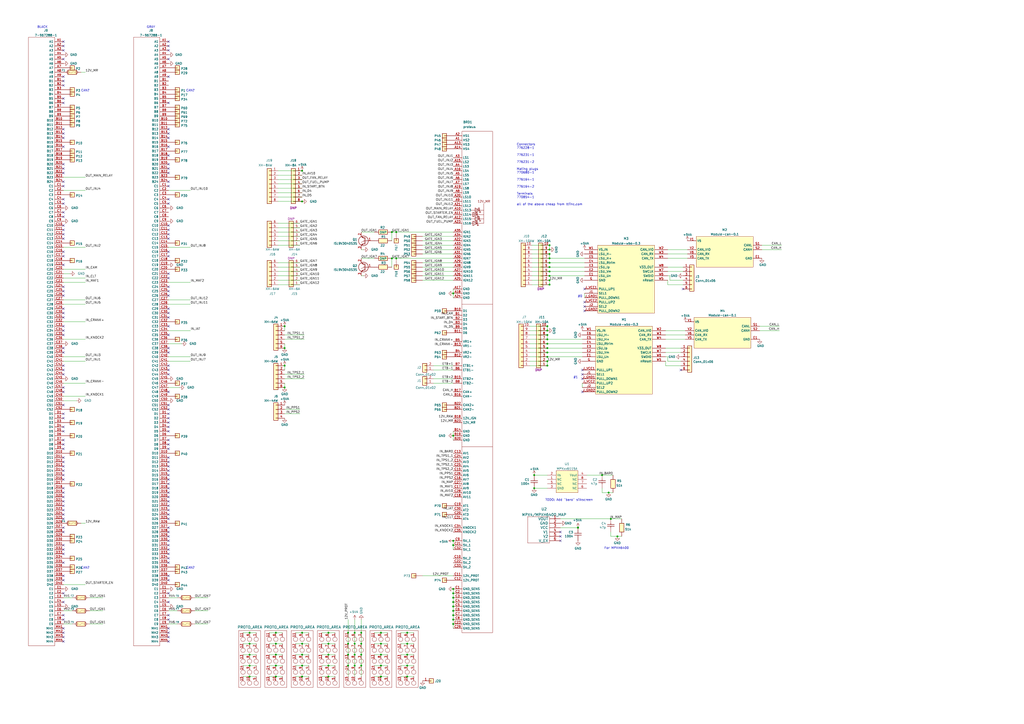
<source format=kicad_sch>
(kicad_sch (version 20210621) (generator eeschema)
  (paper "A2")
  (title_block (title "proteusM73tu") (date "2021-10-25") (rev "a") (company "rusEFI"))
  (junction (at 144.78 367.03))
  (junction (at 144.78 373.38))
  (junction (at 144.78 379.73))
  (junction (at 144.78 386.08))
  (junction (at 144.78 392.43))
  (junction (at 160.02 367.03))
  (junction (at 160.02 373.38))
  (junction (at 160.02 379.73))
  (junction (at 160.02 386.08))
  (junction (at 160.02 392.43))
  (junction (at 165.1 189.23) (diameter 0.9144))
  (junction (at 165.1 201.93) (diameter 0.9144))
  (junction (at 165.1 212.09) (diameter 0.9144))
  (junction (at 165.1 224.79) (diameter 0.9144))
  (junction (at 175.26 99.06))
  (junction (at 175.26 116.84))
  (junction (at 175.26 367.03))
  (junction (at 175.26 373.38))
  (junction (at 175.26 379.73))
  (junction (at 175.26 386.08))
  (junction (at 175.26 392.43))
  (junction (at 190.5 367.03))
  (junction (at 190.5 373.38))
  (junction (at 190.5 379.73))
  (junction (at 190.5 386.08))
  (junction (at 190.5 392.43))
  (junction (at 201.93 367.03))
  (junction (at 201.93 373.38))
  (junction (at 201.93 379.73))
  (junction (at 201.93 386.08))
  (junction (at 205.74 367.03))
  (junction (at 205.74 373.38))
  (junction (at 205.74 379.73))
  (junction (at 205.74 386.08))
  (junction (at 209.55 367.03))
  (junction (at 209.55 373.38))
  (junction (at 209.55 379.73))
  (junction (at 209.55 386.08))
  (junction (at 220.98 367.03))
  (junction (at 220.98 373.38))
  (junction (at 220.98 379.73))
  (junction (at 220.98 386.08))
  (junction (at 220.98 392.43))
  (junction (at 227.33 134.62))
  (junction (at 227.33 149.86))
  (junction (at 229.87 134.62))
  (junction (at 229.87 149.86))
  (junction (at 236.22 367.03))
  (junction (at 236.22 373.38))
  (junction (at 236.22 379.73))
  (junction (at 236.22 386.08))
  (junction (at 236.22 392.43))
  (junction (at 262.89 170.18))
  (junction (at 262.89 252.73))
  (junction (at 262.89 313.69))
  (junction (at 262.89 316.23))
  (junction (at 262.89 341.63))
  (junction (at 262.89 344.17))
  (junction (at 262.89 346.71))
  (junction (at 262.89 349.25))
  (junction (at 262.89 351.79))
  (junction (at 262.89 354.33))
  (junction (at 262.89 356.87))
  (junction (at 262.89 359.41))
  (junction (at 262.89 361.95))
  (junction (at 309.88 275.59))
  (junction (at 309.88 283.21))
  (junction (at 317.5 189.23))
  (junction (at 317.5 191.77))
  (junction (at 317.5 194.31))
  (junction (at 317.5 196.85))
  (junction (at 317.5 199.39))
  (junction (at 317.5 201.93))
  (junction (at 317.5 204.47))
  (junction (at 317.5 207.01))
  (junction (at 317.5 209.55))
  (junction (at 317.5 212.09))
  (junction (at 318.77 142.24))
  (junction (at 318.77 144.78))
  (junction (at 318.77 147.32))
  (junction (at 318.77 149.86))
  (junction (at 318.77 152.4))
  (junction (at 318.77 154.94))
  (junction (at 318.77 157.48))
  (junction (at 318.77 160.02))
  (junction (at 318.77 162.56))
  (junction (at 318.77 165.1))
  (junction (at 335.28 306.07) (diameter 1.016))
  (junction (at 349.25 275.59))
  (junction (at 353.06 285.75))
  (junction (at 354.33 300.99))
  (junction (at 358.14 311.15))
  (no_connect (at 36.83 24.13))
  (no_connect (at 36.83 26.67))
  (no_connect (at 36.83 29.21))
  (no_connect (at 36.83 34.29))
  (no_connect (at 36.83 44.45))
  (no_connect (at 36.83 46.99))
  (no_connect (at 36.83 49.53))
  (no_connect (at 36.83 57.15))
  (no_connect (at 36.83 59.69))
  (no_connect (at 36.83 74.93))
  (no_connect (at 36.83 77.47))
  (no_connect (at 36.83 80.01))
  (no_connect (at 36.83 85.09))
  (no_connect (at 36.83 95.25))
  (no_connect (at 36.83 97.79))
  (no_connect (at 36.83 100.33))
  (no_connect (at 36.83 105.41))
  (no_connect (at 36.83 107.95))
  (no_connect (at 36.83 115.57))
  (no_connect (at 36.83 118.11))
  (no_connect (at 36.83 123.19))
  (no_connect (at 36.83 125.73))
  (no_connect (at 36.83 130.81))
  (no_connect (at 36.83 133.35))
  (no_connect (at 36.83 135.89))
  (no_connect (at 36.83 138.43))
  (no_connect (at 36.83 146.05))
  (no_connect (at 36.83 148.59))
  (no_connect (at 36.83 153.67))
  (no_connect (at 36.83 166.37))
  (no_connect (at 36.83 168.91))
  (no_connect (at 36.83 171.45))
  (no_connect (at 36.83 179.07))
  (no_connect (at 36.83 181.61))
  (no_connect (at 36.83 184.15))
  (no_connect (at 36.83 189.23))
  (no_connect (at 36.83 191.77))
  (no_connect (at 36.83 194.31))
  (no_connect (at 36.83 201.93))
  (no_connect (at 36.83 204.47))
  (no_connect (at 36.83 212.09))
  (no_connect (at 36.83 214.63))
  (no_connect (at 36.83 217.17))
  (no_connect (at 36.83 224.79))
  (no_connect (at 36.83 227.33))
  (no_connect (at 36.83 234.95))
  (no_connect (at 36.83 240.03))
  (no_connect (at 36.83 242.57))
  (no_connect (at 36.83 247.65))
  (no_connect (at 36.83 250.19))
  (no_connect (at 36.83 255.27))
  (no_connect (at 36.83 257.81))
  (no_connect (at 36.83 260.35))
  (no_connect (at 36.83 265.43))
  (no_connect (at 36.83 267.97))
  (no_connect (at 36.83 270.51))
  (no_connect (at 36.83 273.05))
  (no_connect (at 36.83 275.59))
  (no_connect (at 36.83 278.13))
  (no_connect (at 36.83 283.21))
  (no_connect (at 36.83 285.75))
  (no_connect (at 36.83 288.29))
  (no_connect (at 36.83 290.83))
  (no_connect (at 36.83 293.37))
  (no_connect (at 36.83 295.91))
  (no_connect (at 36.83 298.45))
  (no_connect (at 36.83 300.99))
  (no_connect (at 36.83 306.07))
  (no_connect (at 36.83 308.61))
  (no_connect (at 36.83 316.23))
  (no_connect (at 36.83 318.77))
  (no_connect (at 36.83 321.31))
  (no_connect (at 36.83 326.39))
  (no_connect (at 36.83 334.01))
  (no_connect (at 36.83 336.55))
  (no_connect (at 36.83 344.17))
  (no_connect (at 36.83 349.25))
  (no_connect (at 36.83 356.87))
  (no_connect (at 36.83 359.41))
  (no_connect (at 36.83 364.49))
  (no_connect (at 36.83 367.03))
  (no_connect (at 36.83 369.57))
  (no_connect (at 36.83 372.11))
  (no_connect (at 97.79 24.13))
  (no_connect (at 97.79 26.67))
  (no_connect (at 97.79 29.21))
  (no_connect (at 97.79 34.29))
  (no_connect (at 97.79 44.45))
  (no_connect (at 97.79 59.69))
  (no_connect (at 97.79 74.93))
  (no_connect (at 97.79 77.47))
  (no_connect (at 97.79 80.01))
  (no_connect (at 97.79 85.09))
  (no_connect (at 97.79 90.17))
  (no_connect (at 97.79 95.25))
  (no_connect (at 97.79 97.79))
  (no_connect (at 97.79 100.33))
  (no_connect (at 97.79 105.41))
  (no_connect (at 97.79 107.95))
  (no_connect (at 97.79 115.57))
  (no_connect (at 97.79 118.11))
  (no_connect (at 97.79 130.81))
  (no_connect (at 97.79 133.35))
  (no_connect (at 97.79 135.89))
  (no_connect (at 97.79 138.43))
  (no_connect (at 97.79 146.05))
  (no_connect (at 97.79 148.59))
  (no_connect (at 97.79 158.75))
  (no_connect (at 97.79 161.29))
  (no_connect (at 97.79 166.37))
  (no_connect (at 97.79 168.91))
  (no_connect (at 97.79 171.45))
  (no_connect (at 97.79 179.07))
  (no_connect (at 97.79 181.61))
  (no_connect (at 97.79 184.15))
  (no_connect (at 97.79 189.23))
  (no_connect (at 97.79 194.31))
  (no_connect (at 97.79 201.93))
  (no_connect (at 97.79 204.47))
  (no_connect (at 97.79 212.09))
  (no_connect (at 97.79 214.63))
  (no_connect (at 97.79 217.17))
  (no_connect (at 97.79 227.33))
  (no_connect (at 97.79 234.95))
  (no_connect (at 97.79 237.49))
  (no_connect (at 97.79 240.03))
  (no_connect (at 97.79 242.57))
  (no_connect (at 97.79 245.11))
  (no_connect (at 97.79 247.65))
  (no_connect (at 97.79 250.19))
  (no_connect (at 97.79 255.27))
  (no_connect (at 97.79 257.81))
  (no_connect (at 97.79 260.35))
  (no_connect (at 97.79 265.43))
  (no_connect (at 97.79 267.97))
  (no_connect (at 97.79 270.51))
  (no_connect (at 97.79 273.05))
  (no_connect (at 97.79 275.59))
  (no_connect (at 97.79 278.13))
  (no_connect (at 97.79 280.67))
  (no_connect (at 97.79 283.21))
  (no_connect (at 97.79 285.75))
  (no_connect (at 97.79 288.29))
  (no_connect (at 97.79 290.83))
  (no_connect (at 97.79 293.37))
  (no_connect (at 97.79 295.91))
  (no_connect (at 97.79 298.45))
  (no_connect (at 97.79 300.99))
  (no_connect (at 97.79 306.07))
  (no_connect (at 97.79 308.61))
  (no_connect (at 97.79 311.15))
  (no_connect (at 97.79 313.69))
  (no_connect (at 97.79 316.23))
  (no_connect (at 97.79 318.77))
  (no_connect (at 97.79 321.31))
  (no_connect (at 97.79 323.85))
  (no_connect (at 97.79 326.39))
  (no_connect (at 97.79 334.01))
  (no_connect (at 97.79 336.55))
  (no_connect (at 97.79 344.17))
  (no_connect (at 97.79 349.25))
  (no_connect (at 97.79 356.87))
  (no_connect (at 97.79 359.41))
  (no_connect (at 97.79 364.49))
  (no_connect (at 97.79 367.03))
  (no_connect (at 97.79 369.57))
  (no_connect (at 97.79 372.11))
  (no_connect (at 325.12 308.61))
  (no_connect (at 325.12 311.15))
  (no_connect (at 325.12 313.69))
  (no_connect (at 337.82 214.63))
  (no_connect (at 337.82 217.17))
  (no_connect (at 337.82 219.71))
  (no_connect (at 337.82 227.33))
  (no_connect (at 339.09 167.64))
  (no_connect (at 339.09 175.26))
  (no_connect (at 339.09 177.8))
  (no_connect (at 339.09 180.34))
  (no_connect (at 394.97 214.63))
  (no_connect (at 396.24 167.64))
  (wire (pts (xy 36.83 102.87) (xy 49.53 102.87)))
  (wire (pts (xy 36.83 110.49) (xy 49.53 110.49)))
  (wire (pts (xy 36.83 143.51) (xy 49.53 143.51)))
  (wire (pts (xy 36.83 156.21) (xy 49.53 156.21)))
  (wire (pts (xy 36.83 161.29) (xy 49.53 161.29)))
  (wire (pts (xy 36.83 163.83) (xy 49.53 163.83)))
  (wire (pts (xy 36.83 173.99) (xy 49.53 173.99)))
  (wire (pts (xy 36.83 176.53) (xy 49.53 176.53)))
  (wire (pts (xy 36.83 186.69) (xy 49.53 186.69)))
  (wire (pts (xy 36.83 196.85) (xy 49.53 196.85)))
  (wire (pts (xy 36.83 207.01) (xy 49.53 207.01)))
  (wire (pts (xy 36.83 209.55) (xy 49.53 209.55)))
  (wire (pts (xy 36.83 222.25) (xy 49.53 222.25)))
  (wire (pts (xy 36.83 229.87) (xy 49.53 229.87)))
  (wire (pts (xy 36.83 339.09) (xy 49.53 339.09)))
  (wire (pts (xy 36.83 346.71) (xy 41.91 346.71)))
  (wire (pts (xy 36.83 354.33) (xy 41.91 354.33)))
  (wire (pts (xy 36.83 361.95) (xy 41.91 361.95)))
  (wire (pts (xy 40.64 158.75) (xy 36.83 158.75)))
  (wire (pts (xy 44.45 232.41) (xy 36.83 232.41)))
  (wire (pts (xy 46.99 41.91) (xy 49.53 41.91)))
  (wire (pts (xy 46.99 303.53) (xy 49.53 303.53)))
  (wire (pts (xy 52.07 346.71) (xy 59.69 346.71)))
  (wire (pts (xy 52.07 354.33) (xy 59.69 354.33)))
  (wire (pts (xy 52.07 361.95) (xy 59.69 361.95)))
  (wire (pts (xy 97.79 110.49) (xy 110.49 110.49)))
  (wire (pts (xy 97.79 143.51) (xy 110.49 143.51)))
  (wire (pts (xy 97.79 163.83) (xy 110.49 163.83)))
  (wire (pts (xy 97.79 173.99) (xy 110.49 173.99)))
  (wire (pts (xy 97.79 176.53) (xy 110.49 176.53)))
  (wire (pts (xy 97.79 191.77) (xy 110.49 191.77)))
  (wire (pts (xy 97.79 207.01) (xy 110.49 207.01)))
  (wire (pts (xy 97.79 209.55) (xy 110.49 209.55)))
  (wire (pts (xy 97.79 346.71) (xy 102.87 346.71)))
  (wire (pts (xy 97.79 354.33) (xy 102.87 354.33)))
  (wire (pts (xy 97.79 361.95) (xy 102.87 361.95)))
  (wire (pts (xy 104.14 224.79) (xy 97.79 224.79)))
  (wire (pts (xy 105.41 199.39) (xy 97.79 199.39)))
  (wire (pts (xy 113.03 346.71) (xy 120.65 346.71)))
  (wire (pts (xy 113.03 354.33) (xy 120.65 354.33)))
  (wire (pts (xy 113.03 361.95) (xy 120.65 361.95)))
  (wire (pts (xy 140.97 367.03) (xy 144.78 367.03)))
  (wire (pts (xy 140.97 373.38) (xy 144.78 373.38)))
  (wire (pts (xy 140.97 379.73) (xy 144.78 379.73)))
  (wire (pts (xy 140.97 386.08) (xy 144.78 386.08)))
  (wire (pts (xy 140.97 392.43) (xy 144.78 392.43)))
  (wire (pts (xy 144.78 367.03) (xy 148.59 367.03)))
  (wire (pts (xy 144.78 373.38) (xy 148.59 373.38)))
  (wire (pts (xy 144.78 379.73) (xy 148.59 379.73)))
  (wire (pts (xy 144.78 386.08) (xy 148.59 386.08)))
  (wire (pts (xy 144.78 392.43) (xy 148.59 392.43)))
  (wire (pts (xy 156.21 367.03) (xy 160.02 367.03)))
  (wire (pts (xy 156.21 373.38) (xy 160.02 373.38)))
  (wire (pts (xy 156.21 379.73) (xy 160.02 379.73)))
  (wire (pts (xy 156.21 386.08) (xy 160.02 386.08)))
  (wire (pts (xy 156.21 392.43) (xy 160.02 392.43)))
  (wire (pts (xy 160.02 367.03) (xy 163.83 367.03)))
  (wire (pts (xy 160.02 373.38) (xy 163.83 373.38)))
  (wire (pts (xy 160.02 379.73) (xy 163.83 379.73)))
  (wire (pts (xy 160.02 386.08) (xy 163.83 386.08)))
  (wire (pts (xy 160.02 392.43) (xy 163.83 392.43)))
  (wire (pts (xy 161.29 99.06) (xy 175.26 99.06)))
  (wire (pts (xy 161.29 101.6) (xy 175.26 101.6)))
  (wire (pts (xy 161.29 104.14) (xy 175.26 104.14)))
  (wire (pts (xy 161.29 106.68) (xy 175.26 106.68)))
  (wire (pts (xy 161.29 109.22) (xy 175.26 109.22)))
  (wire (pts (xy 161.29 111.76) (xy 175.26 111.76)))
  (wire (pts (xy 161.29 114.3) (xy 175.26 114.3)))
  (wire (pts (xy 161.29 116.84) (xy 175.26 116.84)))
  (wire (pts (xy 161.29 129.54) (xy 173.99 129.54)))
  (wire (pts (xy 161.29 132.08) (xy 173.99 132.08)))
  (wire (pts (xy 161.29 134.62) (xy 173.99 134.62)))
  (wire (pts (xy 161.29 137.16) (xy 173.99 137.16)))
  (wire (pts (xy 161.29 139.7) (xy 173.99 139.7)))
  (wire (pts (xy 161.29 142.24) (xy 173.99 142.24)))
  (wire (pts (xy 161.29 152.4) (xy 173.99 152.4)))
  (wire (pts (xy 161.29 154.94) (xy 173.99 154.94)))
  (wire (pts (xy 161.29 157.48) (xy 173.99 157.48)))
  (wire (pts (xy 161.29 160.02) (xy 173.99 160.02)))
  (wire (pts (xy 161.29 162.56) (xy 173.99 162.56)))
  (wire (pts (xy 161.29 165.1) (xy 173.99 165.1)))
  (wire (pts (xy 165.1 189.23) (xy 165.1 191.77)))
  (wire (pts (xy 165.1 199.39) (xy 165.1 201.93)))
  (wire (pts (xy 165.1 212.09) (xy 165.1 214.63)))
  (wire (pts (xy 165.1 222.25) (xy 165.1 224.79)))
  (wire (pts (xy 171.45 367.03) (xy 175.26 367.03)))
  (wire (pts (xy 171.45 373.38) (xy 175.26 373.38)))
  (wire (pts (xy 171.45 379.73) (xy 175.26 379.73)))
  (wire (pts (xy 171.45 386.08) (xy 175.26 386.08)))
  (wire (pts (xy 171.45 392.43) (xy 175.26 392.43)))
  (wire (pts (xy 173.99 237.49) (xy 165.1 237.49)))
  (wire (pts (xy 173.99 240.03) (xy 165.1 240.03)))
  (wire (pts (xy 175.26 367.03) (xy 179.07 367.03)))
  (wire (pts (xy 175.26 373.38) (xy 179.07 373.38)))
  (wire (pts (xy 175.26 379.73) (xy 179.07 379.73)))
  (wire (pts (xy 175.26 386.08) (xy 179.07 386.08)))
  (wire (pts (xy 175.26 392.43) (xy 179.07 392.43)))
  (wire (pts (xy 176.53 194.31) (xy 165.1 194.31)))
  (wire (pts (xy 176.53 196.85) (xy 165.1 196.85)))
  (wire (pts (xy 176.53 217.17) (xy 165.1 217.17)))
  (wire (pts (xy 176.53 219.71) (xy 165.1 219.71)))
  (wire (pts (xy 186.69 367.03) (xy 190.5 367.03)))
  (wire (pts (xy 186.69 373.38) (xy 190.5 373.38)))
  (wire (pts (xy 186.69 379.73) (xy 190.5 379.73)))
  (wire (pts (xy 186.69 386.08) (xy 190.5 386.08)))
  (wire (pts (xy 186.69 392.43) (xy 190.5 392.43)))
  (wire (pts (xy 190.5 367.03) (xy 194.31 367.03)))
  (wire (pts (xy 190.5 373.38) (xy 194.31 373.38)))
  (wire (pts (xy 190.5 379.73) (xy 194.31 379.73)))
  (wire (pts (xy 190.5 386.08) (xy 194.31 386.08)))
  (wire (pts (xy 190.5 392.43) (xy 194.31 392.43)))
  (wire (pts (xy 201.93 359.41) (xy 201.93 367.03)))
  (wire (pts (xy 201.93 367.03) (xy 201.93 373.38)))
  (wire (pts (xy 201.93 373.38) (xy 201.93 379.73)))
  (wire (pts (xy 201.93 379.73) (xy 201.93 386.08)))
  (wire (pts (xy 201.93 386.08) (xy 201.93 392.43)))
  (wire (pts (xy 205.74 359.41) (xy 205.74 367.03)))
  (wire (pts (xy 205.74 367.03) (xy 205.74 373.38)))
  (wire (pts (xy 205.74 373.38) (xy 205.74 379.73)))
  (wire (pts (xy 205.74 379.73) (xy 205.74 386.08)))
  (wire (pts (xy 205.74 386.08) (xy 205.74 392.43)))
  (wire (pts (xy 209.55 134.62) (xy 217.17 134.62)))
  (wire (pts (xy 209.55 149.86) (xy 217.17 149.86)))
  (wire (pts (xy 209.55 160.02) (xy 210.82 160.02)))
  (wire (pts (xy 209.55 359.41) (xy 209.55 367.03)))
  (wire (pts (xy 209.55 367.03) (xy 209.55 373.38)))
  (wire (pts (xy 209.55 373.38) (xy 209.55 379.73)))
  (wire (pts (xy 209.55 379.73) (xy 209.55 386.08)))
  (wire (pts (xy 209.55 386.08) (xy 209.55 392.43)))
  (wire (pts (xy 210.82 144.78) (xy 209.55 144.78)))
  (wire (pts (xy 217.17 367.03) (xy 220.98 367.03)))
  (wire (pts (xy 217.17 373.38) (xy 220.98 373.38)))
  (wire (pts (xy 217.17 379.73) (xy 220.98 379.73)))
  (wire (pts (xy 217.17 386.08) (xy 220.98 386.08)))
  (wire (pts (xy 217.17 392.43) (xy 220.98 392.43)))
  (wire (pts (xy 220.98 367.03) (xy 224.79 367.03)))
  (wire (pts (xy 220.98 373.38) (xy 224.79 373.38)))
  (wire (pts (xy 220.98 379.73) (xy 224.79 379.73)))
  (wire (pts (xy 220.98 386.08) (xy 224.79 386.08)))
  (wire (pts (xy 220.98 392.43) (xy 224.79 392.43)))
  (wire (pts (xy 227.33 134.62) (xy 227.33 139.7)))
  (wire (pts (xy 227.33 134.62) (xy 229.87 134.62)))
  (wire (pts (xy 227.33 149.86) (xy 227.33 154.94)))
  (wire (pts (xy 227.33 149.86) (xy 229.87 149.86)))
  (wire (pts (xy 229.87 134.62) (xy 262.89 134.62)))
  (wire (pts (xy 229.87 149.86) (xy 262.89 149.86)))
  (wire (pts (xy 232.41 367.03) (xy 236.22 367.03)))
  (wire (pts (xy 232.41 373.38) (xy 236.22 373.38)))
  (wire (pts (xy 232.41 379.73) (xy 236.22 379.73)))
  (wire (pts (xy 232.41 386.08) (xy 236.22 386.08)))
  (wire (pts (xy 232.41 392.43) (xy 236.22 392.43)))
  (wire (pts (xy 236.22 367.03) (xy 240.03 367.03)))
  (wire (pts (xy 236.22 373.38) (xy 240.03 373.38)))
  (wire (pts (xy 236.22 379.73) (xy 240.03 379.73)))
  (wire (pts (xy 236.22 386.08) (xy 240.03 386.08)))
  (wire (pts (xy 236.22 392.43) (xy 240.03 392.43)))
  (wire (pts (xy 245.11 137.16) (xy 262.89 137.16)))
  (wire (pts (xy 245.11 139.7) (xy 262.89 139.7)))
  (wire (pts (xy 245.11 142.24) (xy 262.89 142.24)))
  (wire (pts (xy 245.11 144.78) (xy 262.89 144.78)))
  (wire (pts (xy 245.11 147.32) (xy 262.89 147.32)))
  (wire (pts (xy 245.11 152.4) (xy 262.89 152.4)))
  (wire (pts (xy 245.11 154.94) (xy 262.89 154.94)))
  (wire (pts (xy 245.11 157.48) (xy 262.89 157.48)))
  (wire (pts (xy 245.11 160.02) (xy 262.89 160.02)))
  (wire (pts (xy 245.11 162.56) (xy 262.89 162.56)))
  (wire (pts (xy 245.11 334.01) (xy 262.89 334.01)))
  (wire (pts (xy 251.46 212.09) (xy 262.89 212.09)))
  (wire (pts (xy 251.46 214.63) (xy 262.89 214.63)))
  (wire (pts (xy 251.46 219.71) (xy 262.89 219.71)))
  (wire (pts (xy 251.46 222.25) (xy 262.89 222.25)))
  (wire (pts (xy 262.89 167.64) (xy 262.89 170.18)))
  (wire (pts (xy 262.89 170.18) (xy 262.89 172.72)))
  (wire (pts (xy 262.89 250.19) (xy 262.89 252.73)))
  (wire (pts (xy 262.89 252.73) (xy 262.89 255.27)))
  (wire (pts (xy 262.89 313.69) (xy 262.89 316.23)))
  (wire (pts (xy 262.89 316.23) (xy 262.89 318.77)))
  (wire (pts (xy 262.89 341.63) (xy 262.89 344.17)))
  (wire (pts (xy 262.89 344.17) (xy 262.89 346.71)))
  (wire (pts (xy 262.89 346.71) (xy 262.89 349.25)))
  (wire (pts (xy 262.89 349.25) (xy 262.89 351.79)))
  (wire (pts (xy 262.89 351.79) (xy 262.89 354.33)))
  (wire (pts (xy 262.89 354.33) (xy 262.89 356.87)))
  (wire (pts (xy 262.89 356.87) (xy 262.89 359.41)))
  (wire (pts (xy 262.89 359.41) (xy 262.89 361.95)))
  (wire (pts (xy 262.89 361.95) (xy 262.89 364.49)))
  (wire (pts (xy 307.34 189.23) (xy 317.5 189.23)))
  (wire (pts (xy 307.34 191.77) (xy 317.5 191.77)))
  (wire (pts (xy 307.34 194.31) (xy 317.5 194.31)))
  (wire (pts (xy 307.34 196.85) (xy 317.5 196.85)))
  (wire (pts (xy 307.34 199.39) (xy 317.5 199.39)))
  (wire (pts (xy 307.34 201.93) (xy 317.5 201.93)))
  (wire (pts (xy 307.34 204.47) (xy 317.5 204.47)))
  (wire (pts (xy 307.34 207.01) (xy 317.5 207.01)))
  (wire (pts (xy 307.34 209.55) (xy 317.5 209.55)))
  (wire (pts (xy 307.34 212.09) (xy 317.5 212.09)))
  (wire (pts (xy 308.61 142.24) (xy 318.77 142.24)))
  (wire (pts (xy 308.61 144.78) (xy 318.77 144.78)))
  (wire (pts (xy 308.61 147.32) (xy 318.77 147.32)))
  (wire (pts (xy 308.61 149.86) (xy 318.77 149.86)))
  (wire (pts (xy 308.61 152.4) (xy 318.77 152.4)))
  (wire (pts (xy 308.61 154.94) (xy 318.77 154.94)))
  (wire (pts (xy 308.61 157.48) (xy 318.77 157.48)))
  (wire (pts (xy 308.61 160.02) (xy 318.77 160.02)))
  (wire (pts (xy 308.61 162.56) (xy 318.77 162.56)))
  (wire (pts (xy 308.61 165.1) (xy 318.77 165.1)))
  (wire (pts (xy 309.88 275.59) (xy 317.5 275.59)))
  (wire (pts (xy 309.88 283.21) (xy 317.5 283.21)))
  (wire (pts (xy 317.5 189.23) (xy 317.5 191.77)))
  (wire (pts (xy 317.5 194.31) (xy 317.5 196.85)))
  (wire (pts (xy 317.5 196.85) (xy 337.82 196.85)))
  (wire (pts (xy 317.5 199.39) (xy 337.82 199.39)))
  (wire (pts (xy 317.5 201.93) (xy 337.82 201.93)))
  (wire (pts (xy 317.5 204.47) (xy 337.82 204.47)))
  (wire (pts (xy 317.5 207.01) (xy 337.82 207.01)))
  (wire (pts (xy 317.5 209.55) (xy 317.5 212.09)))
  (wire (pts (xy 318.77 142.24) (xy 318.77 144.78)))
  (wire (pts (xy 318.77 147.32) (xy 318.77 149.86)))
  (wire (pts (xy 318.77 149.86) (xy 339.09 149.86)))
  (wire (pts (xy 318.77 152.4) (xy 339.09 152.4)))
  (wire (pts (xy 318.77 154.94) (xy 339.09 154.94)))
  (wire (pts (xy 318.77 157.48) (xy 339.09 157.48)))
  (wire (pts (xy 318.77 160.02) (xy 339.09 160.02)))
  (wire (pts (xy 318.77 162.56) (xy 318.77 165.1)))
  (wire (pts (xy 325.12 300.99) (xy 354.33 300.99)))
  (wire (pts (xy 335.28 306.07) (xy 325.12 306.07)))
  (wire (pts (xy 337.82 222.25) (xy 337.82 224.79)))
  (wire (pts (xy 339.09 170.18) (xy 339.09 172.72)))
  (wire (pts (xy 340.36 275.59) (xy 349.25 275.59)))
  (wire (pts (xy 349.25 275.59) (xy 355.6 275.59)))
  (wire (pts (xy 349.25 285.75) (xy 349.25 283.21)))
  (wire (pts (xy 353.06 285.75) (xy 349.25 285.75)))
  (wire (pts (xy 353.06 285.75) (xy 355.6 285.75)))
  (wire (pts (xy 354.33 300.99) (xy 360.68 300.99)))
  (wire (pts (xy 354.33 311.15) (xy 354.33 308.61)))
  (wire (pts (xy 358.14 311.15) (xy 354.33 311.15)))
  (wire (pts (xy 358.14 311.15) (xy 360.68 311.15)))
  (wire (pts (xy 386.08 191.77) (xy 397.51 191.77)))
  (wire (pts (xy 386.08 194.31) (xy 397.51 194.31)))
  (wire (pts (xy 386.08 196.85) (xy 397.51 196.85)))
  (wire (pts (xy 386.08 201.93) (xy 394.97 201.93)))
  (wire (pts (xy 386.08 204.47) (xy 394.97 204.47)))
  (wire (pts (xy 386.08 207.01) (xy 387.35 207.01)))
  (wire (pts (xy 386.08 209.55) (xy 386.08 212.09)))
  (wire (pts (xy 386.08 212.09) (xy 394.97 212.09)))
  (wire (pts (xy 387.35 144.78) (xy 398.78 144.78)))
  (wire (pts (xy 387.35 147.32) (xy 398.78 147.32)))
  (wire (pts (xy 387.35 149.86) (xy 398.78 149.86)))
  (wire (pts (xy 387.35 154.94) (xy 396.24 154.94)))
  (wire (pts (xy 387.35 157.48) (xy 396.24 157.48)))
  (wire (pts (xy 387.35 160.02) (xy 388.62 160.02)))
  (wire (pts (xy 387.35 162.56) (xy 387.35 165.1)))
  (wire (pts (xy 387.35 165.1) (xy 396.24 165.1)))
  (wire (pts (xy 387.35 207.01) (xy 387.35 209.55)))
  (wire (pts (xy 387.35 209.55) (xy 394.97 209.55)))
  (wire (pts (xy 388.62 160.02) (xy 388.62 162.56)))
  (wire (pts (xy 388.62 162.56) (xy 396.24 162.56)))
  (wire (pts (xy 440.69 189.23) (xy 452.12 189.23)))
  (wire (pts (xy 440.69 191.77) (xy 452.12 191.77)))
  (wire (pts (xy 441.96 142.24) (xy 453.39 142.24)))
  (wire (pts (xy 441.96 144.78) (xy 453.39 144.78)))
  (text "BLACK" (at 21.59 16.51 0) (effects (font (size 1.27 1.27)) (justify left bottom)))
  (text "CAN?" (at 46.99 53.34 0) (effects (font (size 1.27 1.27)) (justify left bottom)))
  (text "CAN?" (at 46.99 330.2 0) (effects (font (size 1.27 1.27)) (justify left bottom)))
  (text "GRAY" (at 85.09 16.51 0) (effects (font (size 1.27 1.27)) (justify left bottom)))
  (text "CAN?" (at 107.95 53.34 0) (effects (font (size 1.27 1.27)) (justify left bottom)))
  (text "CAN?" (at 107.95 330.2 0) (effects (font (size 1.27 1.27)) (justify left bottom)))
  (text "Connectors\n776228-1\n\n776231-1\n\n776231-2\n\nMating plugs\n770680-1\n\n776164-1\n\n776164-2\n\nTerminals\n770854-1\n\nall of the above cheap from ttiinc.com" (at 299.72 119.38 0) (effects (font (size 1.27 1.27)) (justify left bottom)))
  (text "TODO: Add \"baro\" silkscreen" (at 316.23 290.83 0) (effects (font (size 1.27 1.27)) (justify left bottom)))
  (text "#1" (at 335.28 219.71 180) (effects (font (size 1.27 1.27)) (justify right bottom)))
  (text "#0" (at 337.82 172.72 180) (effects (font (size 1.27 1.27)) (justify right bottom)))
  (text "For MPXH6400" (at 350.52 318.77 0) (effects (font (size 1.27 1.27)) (justify left bottom)))
  (label "HV1" (at 40.64 346.71 180))
  (label "HV2" (at 40.64 354.33 180))
  (label "HV3" (at 40.64 361.95 180))
  (label "12V_MR" (at 49.53 41.91 0))
  (label "OUT_MAIN_RELAY" (at 49.53 102.87 0))
  (label "OUT_INJ4" (at 49.53 110.49 0))
  (label "OUT_INJ2" (at 49.53 143.51 0))
  (label "IN_CAM" (at 49.53 156.21 0))
  (label "IN_CLT" (at 49.53 161.29 0))
  (label "IN_MAF1" (at 49.53 163.83 0))
  (label "OUT_INJ6" (at 49.53 173.99 0))
  (label "OUT_INJ5" (at 49.53 176.53 0))
  (label "IN_CRANK+" (at 49.53 186.69 0))
  (label "IN_KNOCK2" (at 49.53 196.85 0))
  (label "OUT_INJ3" (at 49.53 207.01 0))
  (label "OUT_INJ1" (at 49.53 209.55 0))
  (label "IN_CRANK-" (at 49.53 222.25 0))
  (label "IN_KNOCK1" (at 49.53 229.87 0))
  (label "12V_RAW" (at 49.53 303.53 0))
  (label "OUT_STARTER_EN" (at 49.53 339.09 0))
  (label "OUT_IGN1" (at 52.07 346.71 0))
  (label "OUT_IGN1" (at 52.07 354.33 0))
  (label "OUT_IGN1" (at 52.07 361.95 0))
  (label "HV4" (at 101.6 346.71 180))
  (label "HV5" (at 101.6 354.33 180))
  (label "HV6" (at 101.6 361.95 180))
  (label "OUT_INJ10" (at 110.49 110.49 0))
  (label "OUT_INJ8" (at 110.49 143.51 0))
  (label "IN_MAF2" (at 110.49 163.83 0))
  (label "OUT_INJ12" (at 110.49 173.99 0))
  (label "OUT_INJ11" (at 110.49 176.53 0))
  (label "IN_IAT" (at 110.49 191.77 0))
  (label "OUT_INJ9" (at 110.49 207.01 0))
  (label "OUT_INJ7" (at 110.49 209.55 0))
  (label "OUT_IGN7" (at 113.03 346.71 0))
  (label "OUT_IGN7" (at 113.03 354.33 0))
  (label "OUT_IGN7" (at 113.03 361.95 0))
  (label "GATE_IGN1" (at 173.99 129.54 0))
  (label "GATE_IGN2" (at 173.99 132.08 0))
  (label "GATE_IGN3" (at 173.99 134.62 0))
  (label "GATE_IGN4" (at 173.99 137.16 0))
  (label "GATE_IGN5" (at 173.99 139.7 0))
  (label "GATE_IGN6" (at 173.99 142.24 0))
  (label "GATE_IGN7" (at 173.99 152.4 0))
  (label "GATE_IGN8" (at 173.99 154.94 0))
  (label "GATE_IGN9" (at 173.99 157.48 0))
  (label "GATE_IGN10" (at 173.99 160.02 0))
  (label "GATE_IGN11" (at 173.99 162.56 0))
  (label "GATE_IGN12" (at 173.99 165.1 0))
  (label "IN_PPS1" (at 173.99 237.49 180))
  (label "IN_PPS2" (at 173.99 240.03 180))
  (label "IN_AV10" (at 175.26 101.6 0))
  (label "OUT_FAN_RELAY" (at 175.26 104.14 0))
  (label "OUT_FUEL_PUMP" (at 175.26 106.68 0))
  (label "IN_START_BTN" (at 175.26 109.22 0))
  (label "IN_D4" (at 175.26 111.76 0))
  (label "IN_D5" (at 175.26 114.3 0))
  (label "IN_TPS1_1" (at 176.53 194.31 180))
  (label "IN_TPS1_2" (at 176.53 196.85 180))
  (label "IN_TPS2_1" (at 176.53 217.17 180))
  (label "IN_TPS2_2" (at 176.53 219.71 180))
  (label "12V_PROT" (at 201.93 359.41 90))
  (label "OUT_IGN1" (at 209.55 134.62 0))
  (label "OUT_IGN7" (at 209.55 149.86 0))
  (label "GATE_IGN1" (at 227.33 134.62 0))
  (label "GATE_IGN7" (at 227.33 149.86 0))
  (label "GATE_IGN6" (at 246.3092 147.32 0))
  (label "GATE_IGN2" (at 246.38 137.16 0))
  (label "GATE_IGN3" (at 246.38 139.7 0))
  (label "GATE_IGN9" (at 246.38 154.94 0))
  (label "GATE_IGN10" (at 246.38 157.48 0))
  (label "GATE_IGN5" (at 246.3852 144.78 0))
  (label "GATE_IGN8" (at 246.3852 152.4 0))
  (label "GATE_IGN11" (at 246.3852 160.02 0))
  (label "GATE_IGN12" (at 246.3852 162.56 0))
  (label "GATE_IGN4" (at 246.5372 142.24 0))
  (label "12V_PROT" (at 260.35 334.01 180))
  (label "OUT_INJ1" (at 262.89 91.44 180))
  (label "OUT_INJ2" (at 262.89 93.98 180))
  (label "OUT_INJ3" (at 262.89 96.52 180))
  (label "OUT_INJ4" (at 262.89 99.06 180))
  (label "OUT_INJ5" (at 262.89 101.6 180))
  (label "OUT_INJ6" (at 262.89 104.14 180))
  (label "OUT_INJ7" (at 262.89 106.68 180))
  (label "OUT_INJ8" (at 262.89 109.22 180))
  (label "OUT_INJ9" (at 262.89 111.76 180))
  (label "OUT_INJ10" (at 262.89 114.3 180))
  (label "OUT_INJ11" (at 262.89 116.84 180))
  (label "OUT_INJ12" (at 262.89 119.38 180))
  (label "OUT_MAIN_RELAY" (at 262.89 121.92 180))
  (label "OUT_STARTER_EN" (at 262.89 124.46 180))
  (label "OUT_FAN_RELAY" (at 262.89 127 180))
  (label "OUT_FUEL_PUMP" (at 262.89 129.54 180))
  (label "IN_CAM" (at 262.89 182.88 180))
  (label "IN_START_BTN" (at 262.89 185.42 180))
  (label "IN_D4" (at 262.89 187.96 180))
  (label "IN_D5" (at 262.89 190.5 180))
  (label "IN_CRANK+" (at 262.89 198.12 180))
  (label "IN_CRANK-" (at 262.89 200.66 180))
  (label "ETB+1" (at 262.89 212.09 180))
  (label "ETB-1" (at 262.89 214.63 180))
  (label "ETB+2" (at 262.89 219.71 180))
  (label "ETB-2" (at 262.89 222.25 180))
  (label "CAN_H" (at 262.89 227.33 180))
  (label "CAN_L" (at 262.89 229.87 180))
  (label "12V_RAW" (at 262.89 242.57 180))
  (label "12V_MR" (at 262.89 245.11 180))
  (label "IN_BARO" (at 262.89 262.89 180))
  (label "IN_TPS1_1" (at 262.89 265.43 180))
  (label "IN_TPS1_2" (at 262.89 267.97 180))
  (label "IN_TPS2_1" (at 262.89 270.51 180))
  (label "IN_TPS2_2" (at 262.89 273.05 180))
  (label "IN_PPS1" (at 262.89 275.59 180))
  (label "IN_PPS2" (at 262.89 278.13 180))
  (label "IN_MAP" (at 262.89 280.67 180))
  (label "IN_MAF1" (at 262.89 283.21 180))
  (label "IN_AV10" (at 262.89 285.75 180))
  (label "IN_MAF2" (at 262.89 288.29 180))
  (label "IN_IAT" (at 262.89 295.91 180))
  (label "IN_CLT" (at 262.89 300.99 180))
  (label "IN_KNOCK1" (at 262.89 306.07 180))
  (label "IN_KNOCK2" (at 262.89 308.61 180))
  (label "12V_MR" (at 317.5 209.55 0))
  (label "12V_MR" (at 318.77 162.56 0))
  (label "IN_BARO" (at 355.6 275.59 180))
  (label "IN_MAP" (at 360.68 300.99 180))
  (label "CAN_L" (at 452.12 189.23 180))
  (label "CAN_H" (at 452.12 191.77 180))
  (label "CAN_L" (at 453.39 142.24 180))
  (label "CAN_H" (at 453.39 144.78 180))
  (symbol (lib_id "power:+5VA") (at 165.1 189.23 0) (mirror y) (unit 1)
    (property "Reference" "#PWR0123" (effects hide))
    (property "Value" "+5VA" (at 165.1 185.6826 0))
  )
  (symbol (lib_id "power:+5VA") (at 165.1 212.09 0) (mirror y) (unit 1)
    (property "Reference" "#PWR0125" (effects hide))
    (property "Value" "+5VA" (at 165.1 208.5426 0))
  )
  (symbol (lib_id "power:+5VA") (at 165.1 234.95 0) (mirror y) (unit 1)
    (property "Reference" "#PWR0127" (effects hide))
    (property "Value" "+5VA" (at 165.1 231.4026 0))
  )
  (symbol (lib_id "power:+5VA") (at 175.26 99.06 0) (mirror y) (unit 1)
    (property "Reference" "#PWR06" (effects hide))
    (property "Value" "+5VA" (at 175.26 95.5126 0))
  )
  (symbol (lib_id "power:+5VA") (at 205.74 359.41 0) (unit 1)
    (property "Reference" "#PWR0146" (effects hide))
    (property "Value" "+5VA" (at 207.801 354.9651 0) (effects (justify right)))
  )
  (symbol (lib_id "power:+5VA") (at 262.89 313.69 90) (unit 1)
    (property "Reference" "#PWR0135" (effects hide))
    (property "Value" "+5VA" (at 254.6351 314.169 90) (effects (justify right)))
  )
  (symbol (lib_id "power:+5VA") (at 309.88 275.59 0) (unit 1)
    (property "Reference" "#PWR0137" (effects hide))
    (property "Value" "+5VA" (at 309.88 272.0426 0))
  )
  (symbol (lib_id "power:+5VA") (at 335.28 306.07 0) (mirror y) (unit 1)
    (property "Reference" "#PWR0140" (effects hide))
    (property "Value" "+5VA" (at 334.9117 301.7456 0))
  )
  (symbol (lib_id "power:+5VA") (at 337.82 191.77 0) (unit 1)
    (property "Reference" "#PWR0145" (effects hide))
    (property "Value" "+5VA" (at 337.82 188.2226 0))
  )
  (symbol (lib_id "power:+5VA") (at 339.09 144.78 0) (unit 1)
    (property "Reference" "#PWR0142" (effects hide))
    (property "Value" "+5VA" (at 339.09 141.2326 0))
  )
  (symbol (lib_id "power:+5VA") (at 397.51 186.69 0) (unit 1)
    (property "Reference" "#PWR0144" (effects hide))
    (property "Value" "+5VA" (at 397.51 183.1426 0))
  )
  (symbol (lib_id "power:+5VA") (at 398.78 139.7 0) (unit 1)
    (property "Reference" "#PWR0143" (effects hide))
    (property "Value" "+5VA" (at 398.78 136.1526 0))
  )
  (symbol (lib_id "power:GND") (at 36.83 31.75 90) (unit 1)
    (property "Reference" "#PWR0108" (effects hide))
    (property "Value" "GND" (at 40.64 31.75 90) (effects (justify right)))
  )
  (symbol (lib_id "power:GND") (at 36.83 36.83 90) (unit 1)
    (property "Reference" "#PWR0107" (effects hide))
    (property "Value" "GND" (at 40.64 36.83 90) (effects (justify right)))
  )
  (symbol (lib_id "power:GND") (at 36.83 120.65 90) (unit 1)
    (property "Reference" "#PWR0101" (effects hide))
    (property "Value" "GND" (at 43.3134 120.5992 90))
  )
  (symbol (lib_id "power:GND") (at 36.83 128.27 90) (unit 1)
    (property "Reference" "#PWR0102" (effects hide))
    (property "Value" "GND" (at 43.3134 128.2192 90))
  )
  (symbol (lib_id "power:GND") (at 36.83 199.39 90) (unit 1)
    (property "Reference" "#PWR0112" (effects hide))
    (property "Value" "GND" (at 43.3134 199.3392 90))
  )
  (symbol (lib_id "power:GND") (at 36.83 219.71 90) (unit 1)
    (property "Reference" "#PWR0110" (effects hide))
    (property "Value" "GND" (at 43.3134 219.6592 90))
  )
  (symbol (lib_id "power:GND") (at 36.83 341.63 90) (unit 1)
    (property "Reference" "#PWR0119" (effects hide))
    (property "Value" "GND" (at 43.3134 341.5792 90))
  )
  (symbol (lib_id "power:GND") (at 36.83 351.79 90) (unit 1)
    (property "Reference" "#PWR0120" (effects hide))
    (property "Value" "GND" (at 43.3134 351.7392 90))
  )
  (symbol (lib_id "power:GND") (at 40.64 158.75 90) (unit 1)
    (property "Reference" "#PWR0103" (effects hide))
    (property "Value" "GND" (at 47.1234 158.6992 90))
  )
  (symbol (lib_id "power:GND") (at 44.45 232.41 90) (unit 1)
    (property "Reference" "#PWR0111" (effects hide))
    (property "Value" "GND" (at 50.9334 232.3592 90))
  )
  (symbol (lib_id "power:GND") (at 97.79 31.75 90) (unit 1)
    (property "Reference" "#PWR01" (effects hide))
    (property "Value" "GND" (at 101.6 31.75 90) (effects (justify right)))
  )
  (symbol (lib_id "power:GND") (at 97.79 36.83 90) (unit 1)
    (property "Reference" "#PWR02" (effects hide))
    (property "Value" "GND" (at 101.6 36.83 90) (effects (justify right)))
  )
  (symbol (lib_id "power:GND") (at 97.79 120.65 90) (unit 1)
    (property "Reference" "#PWR0105" (effects hide))
    (property "Value" "GND" (at 104.2734 120.5992 90))
  )
  (symbol (lib_id "power:GND") (at 97.79 128.27 90) (unit 1)
    (property "Reference" "#PWR0106" (effects hide))
    (property "Value" "GND" (at 104.2734 128.2192 90))
  )
  (symbol (lib_id "power:GND") (at 97.79 153.67 90) (unit 1)
    (property "Reference" "#PWR0104" (effects hide))
    (property "Value" "GND" (at 104.2734 153.6192 90))
  )
  (symbol (lib_id "power:GND") (at 97.79 219.71 90) (unit 1)
    (property "Reference" "#PWR0114" (effects hide))
    (property "Value" "GND" (at 104.2734 219.6592 90))
  )
  (symbol (lib_id "power:GND") (at 97.79 232.41 90) (unit 1)
    (property "Reference" "#PWR0113" (effects hide))
    (property "Value" "GND" (at 104.2734 232.3592 90))
  )
  (symbol (lib_id "power:GND") (at 97.79 341.63 90) (unit 1)
    (property "Reference" "#PWR0121" (effects hide))
    (property "Value" "GND" (at 104.2734 341.5792 90))
  )
  (symbol (lib_id "power:GND") (at 97.79 351.79 90) (unit 1)
    (property "Reference" "#PWR0148" (effects hide))
    (property "Value" "GND" (at 104.2734 351.7392 90))
  )
  (symbol (lib_id "power:GND") (at 104.14 224.79 90) (unit 1)
    (property "Reference" "#PWR0115" (effects hide))
    (property "Value" "GND" (at 110.6234 224.7392 90))
  )
  (symbol (lib_id "power:GND") (at 105.41 199.39 90) (unit 1)
    (property "Reference" "#PWR0117" (effects hide))
    (property "Value" "GND" (at 111.8934 199.3392 90))
  )
  (symbol (lib_id "power:GND") (at 165.1 201.93 0) (mirror y) (unit 1)
    (property "Reference" "#PWR0124" (effects hide))
    (property "Value" "GND" (at 165.1 205.74 0))
  )
  (symbol (lib_id "power:GND") (at 165.1 224.79 0) (mirror y) (unit 1)
    (property "Reference" "#PWR0126" (effects hide))
    (property "Value" "GND" (at 165.1 228.6 0))
  )
  (symbol (lib_id "power:GND") (at 165.1 242.57 0) (mirror y) (unit 1)
    (property "Reference" "#PWR0128" (effects hide))
    (property "Value" "GND" (at 165.1 246.38 0))
  )
  (symbol (lib_id "power:GND") (at 175.26 116.84 90) (mirror x) (unit 1)
    (property "Reference" "#PWR08" (effects hide))
    (property "Value" "GND" (at 181.7434 116.8908 90))
  )
  (symbol (lib_id "power:GND") (at 209.55 359.41 180) (unit 1)
    (property "Reference" "#PWR0147" (effects hide))
    (property "Value" "GND" (at 209.55 356.235 90) (effects (justify right)))
  )
  (symbol (lib_id "power:GND") (at 210.82 144.78 90) (unit 1)
    (property "Reference" "#PWR05" (effects hide))
    (property "Value" "GND" (at 217.3034 144.7292 90))
  )
  (symbol (lib_id "power:GND") (at 210.82 160.02 90) (unit 1)
    (property "Reference" "#PWR0109" (effects hide))
    (property "Value" "GND" (at 217.3034 159.9692 90))
  )
  (symbol (lib_id "power:GND") (at 245.11 394.97 0) (unit 1)
    (property "Reference" "#PWR03" (effects hide))
    (property "Value" "GND" (at 245.1608 398.9134 0))
  )
  (symbol (lib_id "power:GND") (at 262.89 170.18 270) (unit 1)
    (property "Reference" "#PWR0116" (effects hide))
    (property "Value" "GND" (at 256.4066 170.2308 90))
  )
  (symbol (lib_id "power:GND") (at 262.89 252.73 270) (unit 1)
    (property "Reference" "#PWR0118" (effects hide))
    (property "Value" "GND" (at 256.4066 252.7808 90))
  )
  (symbol (lib_id "power:GND") (at 262.89 341.63 270) (unit 1)
    (property "Reference" "#PWR0122" (effects hide))
    (property "Value" "GND" (at 256.4066 341.6808 90))
  )
  (symbol (lib_id "power:GND") (at 309.88 283.21 0) (unit 1)
    (property "Reference" "#PWR0138" (effects hide))
    (property "Value" "GND" (at 311.8736 287.0468 0) (effects (justify right)))
  )
  (symbol (lib_id "power:GND") (at 317.5 191.77 90) (mirror x) (unit 1)
    (property "Reference" "#PWR0134" (effects hide))
    (property "Value" "GND" (at 321.4434 191.8208 0))
  )
  (symbol (lib_id "power:GND") (at 318.77 144.78 90) (mirror x) (unit 1)
    (property "Reference" "#PWR0129" (effects hide))
    (property "Value" "GND" (at 322.7134 144.8308 0))
  )
  (symbol (lib_id "power:GND") (at 325.12 303.53 90) (mirror x) (unit 1)
    (property "Reference" "#PWR0141" (effects hide))
    (property "Value" "GND" (at 329.565 303.53 90))
  )
  (symbol (lib_id "power:GND") (at 335.28 313.69 0) (mirror y) (unit 1)
    (property "Reference" "#PWR0139" (effects hide))
    (property "Value" "GND" (at 335.28 318.135 0))
  )
  (symbol (lib_id "power:GND") (at 337.82 194.31 270) (mirror x) (unit 1)
    (property "Reference" "#PWR0132" (effects hide))
    (property "Value" "GND" (at 333.8766 194.2592 0))
  )
  (symbol (lib_id "power:GND") (at 337.82 209.55 270) (mirror x) (unit 1)
    (property "Reference" "#PWR0133" (effects hide))
    (property "Value" "GND" (at 333.8766 209.4992 0))
  )
  (symbol (lib_id "power:GND") (at 339.09 147.32 270) (mirror x) (unit 1)
    (property "Reference" "#PWR09" (effects hide))
    (property "Value" "GND" (at 335.1466 147.2692 0))
  )
  (symbol (lib_id "power:GND") (at 339.09 162.56 270) (mirror x) (unit 1)
    (property "Reference" "#PWR010" (effects hide))
    (property "Value" "GND" (at 335.1466 162.5092 0))
  )
  (symbol (lib_id "power:GND") (at 353.06 285.75 0) (unit 1)
    (property "Reference" "#PWR0136" (effects hide))
    (property "Value" "GND" (at 355.0536 289.5868 0) (effects (justify right)))
  )
  (symbol (lib_id "power:GND") (at 358.14 311.15 0) (unit 1)
    (property "Reference" "#PWR07" (effects hide))
    (property "Value" "GND" (at 360.1336 314.9868 0) (effects (justify right)))
  )
  (symbol (lib_id "power:GND") (at 394.97 207.01 270) (mirror x) (unit 1)
    (property "Reference" "#PWR0131" (effects hide))
    (property "Value" "GND" (at 389.7566 206.9592 90))
  )
  (symbol (lib_id "power:GND") (at 396.24 160.02 270) (mirror x) (unit 1)
    (property "Reference" "#PWR011" (effects hide))
    (property "Value" "GND" (at 391.0266 159.9692 90))
  )
  (symbol (lib_id "power:GND") (at 440.69 196.85 0) (unit 1)
    (property "Reference" "#PWR0130" (effects hide))
    (property "Value" "GND" (at 443.23 200.66 0) (effects (justify right)))
  )
  (symbol (lib_id "power:GND") (at 441.96 149.86 0) (unit 1)
    (property "Reference" "#PWR012" (effects hide))
    (property "Value" "GND" (at 444.5 153.67 0) (effects (justify right)))
  )
  (symbol (lib_id "hellen-one-common:Pad") (at 41.91 39.37 0) (unit 1)
    (property "Reference" "P2" (at 43.9421 39.849 0) (effects (justify left)))
    (property "Value" "Pad" (effects hide))
    (property "Footprint" "hellen-one-common:PAD-TH" (effects hide))
  )
  (symbol (lib_id "hellen-one-common:Pad") (at 41.91 52.07 0) (unit 1)
    (property "Reference" "P3" (at 43.9421 52.549 0) (effects (justify left)))
    (property "Value" "Pad" (effects hide))
    (property "Footprint" "hellen-one-common:PAD-TH" (effects hide))
  )
  (symbol (lib_id "hellen-one-common:Pad") (at 41.91 54.61 0) (unit 1)
    (property "Reference" "P4" (at 43.9421 55.089 0) (effects (justify left)))
    (property "Value" "Pad" (effects hide))
    (property "Footprint" "hellen-one-common:PAD-TH" (effects hide))
  )
  (symbol (lib_id "hellen-one-common:Pad") (at 41.91 62.23 0) (unit 1)
    (property "Reference" "P5" (at 43.9421 62.709 0) (effects (justify left)))
    (property "Value" "Pad" (effects hide))
    (property "Footprint" "hellen-one-common:PAD-TH" (effects hide))
  )
  (symbol (lib_id "hellen-one-common:Pad") (at 41.91 64.77 0) (unit 1)
    (property "Reference" "P6" (at 43.9421 65.249 0) (effects (justify left)))
    (property "Value" "Pad" (effects hide))
    (property "Footprint" "hellen-one-common:PAD-TH" (effects hide))
  )
  (symbol (lib_id "hellen-one-common:Pad") (at 41.91 67.31 0) (unit 1)
    (property "Reference" "P7" (at 43.9421 67.789 0) (effects (justify left)))
    (property "Value" "Pad" (effects hide))
    (property "Footprint" "hellen-one-common:PAD-TH" (effects hide))
  )
  (symbol (lib_id "hellen-one-common:Pad") (at 41.91 69.85 0) (unit 1)
    (property "Reference" "P8" (at 43.9421 70.329 0) (effects (justify left)))
    (property "Value" "Pad" (effects hide))
    (property "Footprint" "hellen-one-common:PAD-TH" (effects hide))
  )
  (symbol (lib_id "hellen-one-common:Pad") (at 41.91 72.39 0) (unit 1)
    (property "Reference" "P9" (at 43.9421 72.869 0) (effects (justify left)))
    (property "Value" "Pad" (effects hide))
    (property "Footprint" "hellen-one-common:PAD-TH" (effects hide))
  )
  (symbol (lib_id "hellen-one-common:Pad") (at 41.91 82.55 0) (unit 1)
    (property "Reference" "P10" (at 43.9421 83.029 0) (effects (justify left)))
    (property "Value" "Pad" (effects hide))
    (property "Footprint" "hellen-one-common:PAD-TH" (effects hide))
  )
  (symbol (lib_id "hellen-one-common:Pad") (at 41.91 87.63 0) (unit 1)
    (property "Reference" "P11" (at 43.9421 88.109 0) (effects (justify left)))
    (property "Value" "Pad" (effects hide))
    (property "Footprint" "hellen-one-common:PAD-TH" (effects hide))
  )
  (symbol (lib_id "hellen-one-common:Pad") (at 41.91 90.17 0) (unit 1)
    (property "Reference" "P12" (at 43.9421 90.649 0) (effects (justify left)))
    (property "Value" "Pad" (effects hide))
    (property "Footprint" "hellen-one-common:PAD-TH" (effects hide))
  )
  (symbol (lib_id "hellen-one-common:Pad") (at 41.91 92.71 0) (unit 1)
    (property "Reference" "P13" (at 43.9421 93.189 0) (effects (justify left)))
    (property "Value" "Pad" (effects hide))
    (property "Footprint" "hellen-one-common:PAD-TH" (effects hide))
  )
  (symbol (lib_id "hellen-one-common:Pad") (at 41.91 113.03 0) (unit 1)
    (property "Reference" "P14" (at 43.9421 113.509 0) (effects (justify left)))
    (property "Value" "Pad" (effects hide))
    (property "Footprint" "hellen-one-common:PAD-TH" (effects hide))
  )
  (symbol (lib_id "hellen-one-common:Pad") (at 41.91 140.97 0) (unit 1)
    (property "Reference" "P15" (at 43.9421 141.449 0) (effects (justify left)))
    (property "Value" "Pad" (effects hide))
    (property "Footprint" "hellen-one-common:PAD-TH" (effects hide))
  )
  (symbol (lib_id "hellen-one-common:Pad") (at 41.91 151.13 0) (unit 1)
    (property "Reference" "P16" (at 43.9421 151.609 0) (effects (justify left)))
    (property "Value" "Pad" (effects hide))
    (property "Footprint" "hellen-one-common:PAD-TH" (effects hide))
  )
  (symbol (lib_id "hellen-one-common:Pad") (at 41.91 237.49 0) (unit 1)
    (property "Reference" "P18" (at 43.9421 237.969 0) (effects (justify left)))
    (property "Value" "Pad" (effects hide))
    (property "Footprint" "hellen-one-common:PAD-TH" (effects hide))
  )
  (symbol (lib_id "hellen-one-common:Pad") (at 41.91 245.11 0) (unit 1)
    (property "Reference" "P19" (at 43.9421 245.589 0) (effects (justify left)))
    (property "Value" "Pad" (effects hide))
    (property "Footprint" "hellen-one-common:PAD-TH" (effects hide))
  )
  (symbol (lib_id "hellen-one-common:Pad") (at 41.91 252.73 0) (unit 1)
    (property "Reference" "P20" (at 43.9421 253.209 0) (effects (justify left)))
    (property "Value" "Pad" (effects hide))
    (property "Footprint" "hellen-one-common:PAD-TH" (effects hide))
  )
  (symbol (lib_id "hellen-one-common:Pad") (at 41.91 262.89 0) (unit 1)
    (property "Reference" "P21" (at 43.9421 263.369 0) (effects (justify left)))
    (property "Value" "Pad" (effects hide))
    (property "Footprint" "hellen-one-common:PAD-TH" (effects hide))
  )
  (symbol (lib_id "hellen-one-common:Pad") (at 41.91 280.67 0) (unit 1)
    (property "Reference" "P22" (at 43.9421 281.149 0) (effects (justify left)))
    (property "Value" "Pad" (effects hide))
    (property "Footprint" "hellen-one-common:PAD-TH" (effects hide))
  )
  (symbol (lib_id "hellen-one-common:Pad") (at 41.91 311.15 0) (unit 1)
    (property "Reference" "P23" (at 43.9421 311.629 0) (effects (justify left)))
    (property "Value" "Pad" (effects hide))
    (property "Footprint" "hellen-one-common:PAD-TH" (effects hide))
  )
  (symbol (lib_id "hellen-one-common:Pad") (at 41.91 313.69 0) (unit 1)
    (property "Reference" "P24" (at 43.9421 314.169 0) (effects (justify left)))
    (property "Value" "Pad" (effects hide))
    (property "Footprint" "hellen-one-common:PAD-TH" (effects hide))
  )
  (symbol (lib_id "hellen-one-common:Pad") (at 41.91 323.85 0) (unit 1)
    (property "Reference" "P25" (at 43.9421 324.329 0) (effects (justify left)))
    (property "Value" "Pad" (effects hide))
    (property "Footprint" "hellen-one-common:PAD-TH" (effects hide))
  )
  (symbol (lib_id "hellen-one-common:Pad") (at 41.91 328.93 0) (unit 1)
    (property "Reference" "P26" (at 43.9421 329.409 0) (effects (justify left)))
    (property "Value" "Pad" (effects hide))
    (property "Footprint" "hellen-one-common:PAD-TH" (effects hide))
  )
  (symbol (lib_id "hellen-one-common:Pad") (at 41.91 331.47 0) (unit 1)
    (property "Reference" "P27" (at 43.9421 331.949 0) (effects (justify left)))
    (property "Value" "Pad" (effects hide))
    (property "Footprint" "hellen-one-common:PAD-TH" (effects hide))
  )
  (symbol (lib_id "hellen-one-common:Pad") (at 102.87 39.37 0) (unit 1)
    (property "Reference" "P28" (at 104.9021 39.849 0) (effects (justify left)))
    (property "Value" "Pad" (effects hide))
    (property "Footprint" "hellen-one-common:PAD-TH" (effects hide))
  )
  (symbol (lib_id "hellen-one-common:Pad") (at 102.87 41.91 0) (unit 1)
    (property "Reference" "P29" (at 104.9021 42.389 0) (effects (justify left)))
    (property "Value" "Pad" (effects hide))
    (property "Footprint" "hellen-one-common:PAD-TH" (effects hide))
  )
  (symbol (lib_id "hellen-one-common:Pad") (at 102.87 52.07 0) (unit 1)
    (property "Reference" "P1" (at 104.9021 52.549 0) (effects (justify left)))
    (property "Value" "Pad" (effects hide))
    (property "Footprint" "hellen-one-common:PAD-TH" (effects hide))
  )
  (symbol (lib_id "hellen-one-common:Pad") (at 102.87 54.61 0) (unit 1)
    (property "Reference" "P17" (at 104.9021 55.089 0) (effects (justify left)))
    (property "Value" "Pad" (effects hide))
    (property "Footprint" "hellen-one-common:PAD-TH" (effects hide))
  )
  (symbol (lib_id "hellen-one-common:Pad") (at 102.87 57.15 0) (unit 1)
    (property "Reference" "P34" (at 104.9021 57.629 0) (effects (justify left)))
    (property "Value" "Pad" (effects hide))
    (property "Footprint" "hellen-one-common:PAD-TH" (effects hide))
  )
  (symbol (lib_id "hellen-one-common:Pad") (at 102.87 62.23 0) (unit 1)
    (property "Reference" "P60" (at 104.9021 62.709 0) (effects (justify left)))
    (property "Value" "Pad" (effects hide))
    (property "Footprint" "hellen-one-common:PAD-TH" (effects hide))
  )
  (symbol (lib_id "hellen-one-common:Pad") (at 102.87 64.77 0) (unit 1)
    (property "Reference" "P61" (at 104.9021 65.249 0) (effects (justify left)))
    (property "Value" "Pad" (effects hide))
    (property "Footprint" "hellen-one-common:PAD-TH" (effects hide))
  )
  (symbol (lib_id "hellen-one-common:Pad") (at 102.87 67.31 0) (unit 1)
    (property "Reference" "P69" (at 104.9021 67.789 0) (effects (justify left)))
    (property "Value" "Pad" (effects hide))
    (property "Footprint" "hellen-one-common:PAD-TH" (effects hide))
  )
  (symbol (lib_id "hellen-one-common:Pad") (at 102.87 69.85 0) (unit 1)
    (property "Reference" "P72" (at 104.9021 70.329 0) (effects (justify left)))
    (property "Value" "Pad" (effects hide))
    (property "Footprint" "hellen-one-common:PAD-TH" (effects hide))
  )
  (symbol (lib_id "hellen-one-common:Pad") (at 102.87 72.39 0) (unit 1)
    (property "Reference" "P75" (at 104.9021 72.869 0) (effects (justify left)))
    (property "Value" "Pad" (effects hide))
    (property "Footprint" "hellen-one-common:PAD-TH" (effects hide))
  )
  (symbol (lib_id "hellen-one-common:Pad") (at 102.87 82.55 0) (unit 1)
    (property "Reference" "P76" (at 104.9021 83.029 0) (effects (justify left)))
    (property "Value" "Pad" (effects hide))
    (property "Footprint" "hellen-one-common:PAD-TH" (effects hide))
  )
  (symbol (lib_id "hellen-one-common:Pad") (at 102.87 87.63 0) (unit 1)
    (property "Reference" "P77" (at 104.9021 88.109 0) (effects (justify left)))
    (property "Value" "Pad" (effects hide))
    (property "Footprint" "hellen-one-common:PAD-TH" (effects hide))
  )
  (symbol (lib_id "hellen-one-common:Pad") (at 102.87 92.71 0) (unit 1)
    (property "Reference" "P78" (at 104.9021 93.189 0) (effects (justify left)))
    (property "Value" "Pad" (effects hide))
    (property "Footprint" "hellen-one-common:PAD-TH" (effects hide))
  )
  (symbol (lib_id "hellen-one-common:Pad") (at 102.87 102.87 0) (unit 1)
    (property "Reference" "P79" (at 104.9021 103.349 0) (effects (justify left)))
    (property "Value" "Pad" (effects hide))
    (property "Footprint" "hellen-one-common:PAD-TH" (effects hide))
  )
  (symbol (lib_id "hellen-one-common:Pad") (at 102.87 113.03 0) (unit 1)
    (property "Reference" "P30" (at 104.9021 113.509 0) (effects (justify left)))
    (property "Value" "Pad" (effects hide))
    (property "Footprint" "hellen-one-common:PAD-TH" (effects hide))
  )
  (symbol (lib_id "hellen-one-common:Pad") (at 102.87 140.97 0) (unit 1)
    (property "Reference" "P31" (at 104.9021 141.449 0) (effects (justify left)))
    (property "Value" "Pad" (effects hide))
    (property "Footprint" "hellen-one-common:PAD-TH" (effects hide))
  )
  (symbol (lib_id "hellen-one-common:Pad") (at 102.87 151.13 0) (unit 1)
    (property "Reference" "P32" (at 104.9021 151.609 0) (effects (justify left)))
    (property "Value" "Pad" (effects hide))
    (property "Footprint" "hellen-one-common:PAD-TH" (effects hide))
  )
  (symbol (lib_id "hellen-one-common:Pad") (at 102.87 156.21 0) (unit 1)
    (property "Reference" "P33" (at 104.9021 156.689 0) (effects (justify left)))
    (property "Value" "Pad" (effects hide))
    (property "Footprint" "hellen-one-common:PAD-TH" (effects hide))
  )
  (symbol (lib_id "hellen-one-common:Pad") (at 102.87 186.69 0) (unit 1)
    (property "Reference" "P35" (at 104.9021 187.169 0) (effects (justify left)))
    (property "Value" "Pad" (effects hide))
    (property "Footprint" "hellen-one-common:PAD-TH" (effects hide))
  )
  (symbol (lib_id "hellen-one-common:Pad") (at 102.87 196.85 0) (unit 1)
    (property "Reference" "P36" (at 104.9021 197.329 0) (effects (justify left)))
    (property "Value" "Pad" (effects hide))
    (property "Footprint" "hellen-one-common:PAD-TH" (effects hide))
  )
  (symbol (lib_id "hellen-one-common:Pad") (at 102.87 222.25 0) (unit 1)
    (property "Reference" "P37" (at 104.9021 222.729 0) (effects (justify left)))
    (property "Value" "Pad" (effects hide))
    (property "Footprint" "hellen-one-common:PAD-TH" (effects hide))
  )
  (symbol (lib_id "hellen-one-common:Pad") (at 102.87 229.87 0) (unit 1)
    (property "Reference" "P38" (at 104.9021 230.349 0) (effects (justify left)))
    (property "Value" "Pad" (effects hide))
    (property "Footprint" "hellen-one-common:PAD-TH" (effects hide))
  )
  (symbol (lib_id "hellen-one-common:Pad") (at 102.87 252.73 0) (unit 1)
    (property "Reference" "P39" (at 104.9021 253.209 0) (effects (justify left)))
    (property "Value" "Pad" (effects hide))
    (property "Footprint" "hellen-one-common:PAD-TH" (effects hide))
  )
  (symbol (lib_id "hellen-one-common:Pad") (at 102.87 262.89 0) (unit 1)
    (property "Reference" "P40" (at 104.9021 263.369 0) (effects (justify left)))
    (property "Value" "Pad" (effects hide))
    (property "Footprint" "hellen-one-common:PAD-TH" (effects hide))
  )
  (symbol (lib_id "hellen-one-common:Pad") (at 102.87 303.53 0) (unit 1)
    (property "Reference" "P41" (at 104.9021 304.009 0) (effects (justify left)))
    (property "Value" "Pad" (effects hide))
    (property "Footprint" "hellen-one-common:PAD-TH" (effects hide))
  )
  (symbol (lib_id "hellen-one-common:Pad") (at 102.87 328.93 0) (unit 1)
    (property "Reference" "P42" (at 104.9021 329.409 0) (effects (justify left)))
    (property "Value" "Pad" (effects hide))
    (property "Footprint" "hellen-one-common:PAD-TH" (effects hide))
  )
  (symbol (lib_id "hellen-one-common:Pad") (at 102.87 331.47 0) (unit 1)
    (property "Reference" "P43" (at 104.9021 331.949 0) (effects (justify left)))
    (property "Value" "Pad" (effects hide))
    (property "Footprint" "hellen-one-common:PAD-TH" (effects hide))
  )
  (symbol (lib_id "hellen-one-common:Pad") (at 102.87 339.09 0) (unit 1)
    (property "Reference" "P44" (at 104.9021 339.569 0) (effects (justify left)))
    (property "Value" "Pad" (effects hide))
    (property "Footprint" "hellen-one-common:PAD-TH" (effects hide))
  )
  (symbol (lib_id "hellen-one-common:Pad") (at 229.87 139.7 270) (unit 1)
    (property "Reference" "P67" (at 229.9484 141.6685 0) (effects (justify left)))
    (property "Value" "Pad" (effects hide))
    (property "Footprint" "hellen-one-common:PAD-TH" (effects hide))
  )
  (symbol (lib_id "hellen-one-common:Pad") (at 229.87 154.94 270) (unit 1)
    (property "Reference" "P68" (at 229.9484 156.9085 0) (effects (justify left)))
    (property "Value" "Pad" (effects hide))
    (property "Footprint" "hellen-one-common:PAD-TH" (effects hide))
  )
  (symbol (lib_id "hellen-one-common:Pad") (at 240.03 137.16 180) (unit 1)
    (property "Reference" "P49" (at 238.0615 137.2384 0) (effects (justify left)))
    (property "Value" "Pad" (effects hide))
    (property "Footprint" "hellen-one-common:PAD-TH" (effects hide))
  )
  (symbol (lib_id "hellen-one-common:Pad") (at 240.03 139.7 180) (unit 1)
    (property "Reference" "P50" (at 238.0615 139.7784 0) (effects (justify left)))
    (property "Value" "Pad" (effects hide))
    (property "Footprint" "hellen-one-common:PAD-TH" (effects hide))
  )
  (symbol (lib_id "hellen-one-common:Pad") (at 240.03 142.24 180) (unit 1)
    (property "Reference" "P51" (at 238.0615 142.3184 0) (effects (justify left)))
    (property "Value" "Pad" (effects hide))
    (property "Footprint" "hellen-one-common:PAD-TH" (effects hide))
  )
  (symbol (lib_id "hellen-one-common:Pad") (at 240.03 144.78 180) (unit 1)
    (property "Reference" "P52" (at 238.0615 144.8584 0) (effects (justify left)))
    (property "Value" "Pad" (effects hide))
    (property "Footprint" "hellen-one-common:PAD-TH" (effects hide))
  )
  (symbol (lib_id "hellen-one-common:Pad") (at 240.03 147.32 180) (unit 1)
    (property "Reference" "P53" (at 238.0615 147.3984 0) (effects (justify left)))
    (property "Value" "Pad" (effects hide))
    (property "Footprint" "hellen-one-common:PAD-TH" (effects hide))
  )
  (symbol (lib_id "hellen-one-common:Pad") (at 240.03 152.4 180) (unit 1)
    (property "Reference" "P54" (at 238.0615 152.4784 0) (effects (justify left)))
    (property "Value" "Pad" (effects hide))
    (property "Footprint" "hellen-one-common:PAD-TH" (effects hide))
  )
  (symbol (lib_id "hellen-one-common:Pad") (at 240.03 154.94 180) (unit 1)
    (property "Reference" "P55" (at 238.0615 155.0184 0) (effects (justify left)))
    (property "Value" "Pad" (effects hide))
    (property "Footprint" "hellen-one-common:PAD-TH" (effects hide))
  )
  (symbol (lib_id "hellen-one-common:Pad") (at 240.03 157.48 180) (unit 1)
    (property "Reference" "P56" (at 238.0615 157.5584 0) (effects (justify left)))
    (property "Value" "Pad" (effects hide))
    (property "Footprint" "hellen-one-common:PAD-TH" (effects hide))
  )
  (symbol (lib_id "hellen-one-common:Pad") (at 240.03 160.02 180) (unit 1)
    (property "Reference" "P57" (at 238.0615 160.0984 0) (effects (justify left)))
    (property "Value" "Pad" (effects hide))
    (property "Footprint" "hellen-one-common:PAD-TH" (effects hide))
  )
  (symbol (lib_id "hellen-one-common:Pad") (at 240.03 162.56 180) (unit 1)
    (property "Reference" "P58" (at 238.0615 162.6384 0) (effects (justify left)))
    (property "Value" "Pad" (effects hide))
    (property "Footprint" "hellen-one-common:PAD-TH" (effects hide))
  )
  (symbol (lib_id "hellen-one-common:Pad") (at 240.03 334.01 180) (unit 1)
    (property "Reference" "P73" (at 238.0615 334.0884 0) (effects (justify left)))
    (property "Value" "Pad" (effects hide))
    (property "Footprint" "hellen-one-common:PAD-TH" (effects hide))
  )
  (symbol (lib_id "Connector_Generic:Conn_01x01") (at 250.19 394.97 0) (unit 1)
    (property "Reference" "J20" (at 252.222 395.0716 0) (effects (justify left)))
    (property "Value" "Conn_01x01" (effects hide))
    (property "Footprint" "TestPoint:TestPoint_Pad_D2.0mm" (effects hide))
  )
  (symbol (lib_id "hellen-one-common:Pad") (at 257.81 78.74 180) (unit 1)
    (property "Reference" "P45" (at 255.8415 78.8184 0) (effects (justify left)))
    (property "Value" "Pad" (effects hide))
    (property "Footprint" "hellen-one-common:PAD-TH" (effects hide))
  )
  (symbol (lib_id "hellen-one-common:Pad") (at 257.81 81.28 180) (unit 1)
    (property "Reference" "P46" (at 255.8415 81.3584 0) (effects (justify left)))
    (property "Value" "Pad" (effects hide))
    (property "Footprint" "hellen-one-common:PAD-TH" (effects hide))
  )
  (symbol (lib_id "hellen-one-common:Pad") (at 257.81 83.82 180) (unit 1)
    (property "Reference" "P47" (at 255.8415 83.8984 0) (effects (justify left)))
    (property "Value" "Pad" (effects hide))
    (property "Footprint" "hellen-one-common:PAD-TH" (effects hide))
  )
  (symbol (lib_id "hellen-one-common:Pad") (at 257.81 86.36 180) (unit 1)
    (property "Reference" "P48" (at 255.8415 86.4384 0) (effects (justify left)))
    (property "Value" "Pad" (effects hide))
    (property "Footprint" "hellen-one-common:PAD-TH" (effects hide))
  )
  (symbol (lib_id "hellen-one-common:Pad") (at 257.81 180.34 180) (unit 1)
    (property "Reference" "P59" (at 255.8415 180.4184 0) (effects (justify left)))
    (property "Value" "Pad" (effects hide))
    (property "Footprint" "hellen-one-common:PAD-TH" (effects hide))
  )
  (symbol (lib_id "hellen-one-common:Pad") (at 257.81 193.04 180) (unit 1)
    (property "Reference" "P62" (at 255.8415 193.1184 0) (effects (justify left)))
    (property "Value" "Pad" (effects hide))
    (property "Footprint" "hellen-one-common:PAD-TH" (effects hide))
  )
  (symbol (lib_id "hellen-one-common:Pad") (at 257.81 204.47 180) (unit 1)
    (property "Reference" "P63" (at 255.8415 204.5484 0) (effects (justify left)))
    (property "Value" "Pad" (effects hide))
    (property "Footprint" "hellen-one-common:PAD-TH" (effects hide))
  )
  (symbol (lib_id "hellen-one-common:Pad") (at 257.81 207.01 180) (unit 1)
    (property "Reference" "P64" (at 255.8415 207.0884 0) (effects (justify left)))
    (property "Value" "Pad" (effects hide))
    (property "Footprint" "hellen-one-common:PAD-TH" (effects hide))
  )
  (symbol (lib_id "hellen-one-common:Pad") (at 257.81 234.95 180) (unit 1)
    (property "Reference" "P65" (at 255.8415 235.0284 0) (effects (justify left)))
    (property "Value" "Pad" (effects hide))
    (property "Footprint" "hellen-one-common:PAD-TH" (effects hide))
  )
  (symbol (lib_id "hellen-one-common:Pad") (at 257.81 237.49 180) (unit 1)
    (property "Reference" "P66" (at 255.8415 237.5684 0) (effects (justify left)))
    (property "Value" "Pad" (effects hide))
    (property "Footprint" "hellen-one-common:PAD-TH" (effects hide))
  )
  (symbol (lib_id "hellen-one-common:Pad") (at 257.81 293.37 180) (unit 1)
    (property "Reference" "P70" (at 255.8415 293.4484 0) (effects (justify left)))
    (property "Value" "Pad" (effects hide))
    (property "Footprint" "hellen-one-common:PAD-TH" (effects hide))
  )
  (symbol (lib_id "hellen-one-common:Pad") (at 257.81 298.45 180) (unit 1)
    (property "Reference" "P71" (at 255.8415 298.5284 0) (effects (justify left)))
    (property "Value" "Pad" (effects hide))
    (property "Footprint" "hellen-one-common:PAD-TH" (effects hide))
  )
  (symbol (lib_id "hellen-one-common:Pad") (at 257.81 336.55 180) (unit 1)
    (property "Reference" "P74" (at 255.8415 336.6284 0) (effects (justify left)))
    (property "Value" "Pad" (effects hide))
    (property "Footprint" "hellen-one-common:PAD-TH" (effects hide))
  )
  (symbol (lib_id "hellen-one-common:Fuse-Pad-Pad") (at 41.91 41.91 0) (unit 1)
    (property "Reference" "F1" (at 36.83 40.7789 0) (effects (font (size 1.016 1.016))))
    (property "Value" "Fuse-Pad-Pad" (effects hide))
    (property "Footprint" "hellen-one-common:PAD-1206-PAD" (effects hide))
    (property "LCSC" "C182446" (effects hide))
  )
  (symbol (lib_id "hellen-one-common:Fuse-Pad-Pad") (at 41.91 303.53 0) (unit 1)
    (property "Reference" "F4" (at 36.83 302.3989 0) (effects (font (size 1.016 1.016))))
    (property "Value" "Fuse-Pad-Pad" (effects hide))
    (property "Footprint" "hellen-one-common:PAD-1206-PAD" (effects hide))
    (property "LCSC" "C182446" (effects hide))
  )
  (symbol (lib_id "hellen-one-common:Fuse-Pad-Pad") (at 46.99 346.71 0) (unit 1)
    (property "Reference" "F2" (at 41.91 345.6248 0) (effects (font (size 1.016 1.016))))
    (property "Value" "10A" (effects hide))
    (property "Footprint" "kicad6-libraries:FUSE_8.5x4" (effects hide))
    (property "LCSC" "C354908" (effects hide))
  )
  (symbol (lib_id "hellen-one-common:Fuse-Pad-Pad") (at 46.99 354.33 0) (unit 1)
    (property "Reference" "F3" (at 41.91 353.2448 0) (effects (font (size 1.016 1.016))))
    (property "Value" "10A" (effects hide))
    (property "Footprint" "kicad6-libraries:FUSE_8.5x4" (effects hide))
    (property "LCSC" "C354908" (effects hide))
  )
  (symbol (lib_id "hellen-one-common:Fuse-Pad-Pad") (at 46.99 361.95 0) (unit 1)
    (property "Reference" "F5" (at 41.91 360.8648 0) (effects (font (size 1.016 1.016))))
    (property "Value" "10A" (effects hide))
    (property "Footprint" "kicad6-libraries:FUSE_8.5x4" (effects hide))
    (property "LCSC" "C354908" (effects hide))
  )
  (symbol (lib_id "hellen-one-common:Fuse-Pad-Pad") (at 107.95 346.71 0) (unit 1)
    (property "Reference" "F6" (at 102.87 345.6248 0) (effects (font (size 1.016 1.016))))
    (property "Value" "10A" (effects hide))
    (property "Footprint" "kicad6-libraries:FUSE_8.5x4" (effects hide))
    (property "LCSC" "C354908" (effects hide))
  )
  (symbol (lib_id "hellen-one-common:Fuse-Pad-Pad") (at 107.95 354.33 0) (unit 1)
    (property "Reference" "F7" (at 102.87 353.2448 0) (effects (font (size 1.016 1.016))))
    (property "Value" "10A" (effects hide))
    (property "Footprint" "kicad6-libraries:FUSE_8.5x4" (effects hide))
    (property "LCSC" "C354908" (effects hide))
  )
  (symbol (lib_id "hellen-one-common:Fuse-Pad-Pad") (at 107.95 361.95 0) (unit 1)
    (property "Reference" "F8" (at 102.87 360.8648 0) (effects (font (size 1.016 1.016))))
    (property "Value" "10A" (effects hide))
    (property "Footprint" "kicad6-libraries:FUSE_8.5x4" (effects hide))
    (property "LCSC" "C354908" (effects hide))
  )
  (symbol (lib_id "hellen-one-common:Res") (at 217.17 139.7 0) (mirror x) (unit 1)
    (property "Reference" "R1" (at 222.492 137.3518 0))
    (property "Value" "22" (at 221.9361 142.3756 0))
    (property "Footprint" "hellen-one-common:R0603" (effects hide))
    (property "LCSC" "C23345" (effects hide))
  )
  (symbol (lib_id "hellen-one-common:Res") (at 217.17 154.94 0) (mirror x) (unit 1)
    (property "Reference" "R3" (at 222.492 152.5918 0))
    (property "Value" "22" (at 221.9361 157.6156 0))
    (property "Footprint" "hellen-one-common:R0603" (effects hide))
    (property "LCSC" "C23345" (effects hide))
  )
  (symbol (lib_id "hellen-one-common:Res") (at 227.33 134.62 0) (mirror y) (unit 1)
    (property "Reference" "R2" (at 221.9296 131.9753 0))
    (property "Value" "DNP" (at 222.2765 134.7827 0))
    (property "Footprint" "Resistor_SMD:R_2512_6332Metric" (effects hide))
  )
  (symbol (lib_id "hellen-one-common:Res") (at 227.33 149.86 0) (mirror y) (unit 1)
    (property "Reference" "R4" (at 221.9296 147.2153 0))
    (property "Value" "DNP" (at 222.2765 150.0227 0))
    (property "Footprint" "Resistor_SMD:R_2512_6332Metric" (effects hide))
  )
  (symbol (lib_id "hellen-one-common:Res") (at 355.6 275.59 270) (unit 1)
    (property "Reference" "R5" (at 359.1981 278.9901 90))
    (property "Value" "51k" (at 359.2599 281.6183 90))
    (property "Footprint" "hellen-one-common:R0603" (effects hide))
    (property "LCSC" "C23196" (effects hide))
  )
  (symbol (lib_id "hellen-one-common:Res") (at 360.68 300.99 270) (unit 1)
    (property "Reference" "R6" (at 364.2781 304.3901 90))
    (property "Value" "51k" (at 364.3399 307.0183 90))
    (property "Footprint" "hellen-one-common:R0603" (effects hide))
    (property "LCSC" "C23196" (effects hide))
  )
  (symbol (lib_id "hellen-one-common:Cap") (at 309.88 279.4 270) (mirror x) (unit 1)
    (property "Reference" "C1" (at 307.0859 278.2506 90) (effects (justify right)))
    (property "Value" "100n" (at 307.0859 280.5493 90) (effects (justify right)))
    (property "Footprint" "hellen-one-common:C0603" (effects hide))
    (property "LCSC" "C14663" (effects hide))
  )
  (symbol (lib_id "hellen-one-common:Cap") (at 335.28 309.88 270) (mirror x) (unit 1)
    (property "Reference" "C3" (at 332.4859 308.7306 90) (effects (justify right)))
    (property "Value" "100n" (at 332.4859 311.0293 90) (effects (justify right)))
    (property "Footprint" "hellen-one-common:C0603" (effects hide))
    (property "LCSC" "C14663" (effects hide))
  )
  (symbol (lib_id "hellen-one-common:Cap") (at 349.25 279.4 270) (mirror x) (unit 1)
    (property "Reference" "C2" (at 346.4559 278.2506 90) (effects (justify right)))
    (property "Value" "47p" (at 346.4559 280.5493 90) (effects (justify right)))
    (property "Footprint" "hellen-one-common:C0603" (effects hide))
    (property "LCSC" "C1671" (effects hide))
  )
  (symbol (lib_id "hellen-one-common:Cap") (at 354.33 304.8 270) (mirror x) (unit 1)
    (property "Reference" "C4" (at 351.5359 303.6506 90) (effects (justify right)))
    (property "Value" "47p" (at 351.5359 305.9493 90) (effects (justify right)))
    (property "Footprint" "hellen-one-common:C0603" (effects hide))
    (property "LCSC" "C1671" (effects hide))
  )
  (symbol (lib_id "Connector_Generic:Conn_01x02") (at 246.38 214.63 180) (unit 1)
    (property "Reference" "J2" (at 243.1415 213.2034 0))
    (property "Value" "Conn_01x02" (at 246.9515 217.2485 0))
    (property "Footprint" "Connector_Molex:Molex_Mini-Fit_Jr_5569-02A2_2x01_P4.20mm_Horizontal" (effects hide))
    (property "LCSC" "C240832" (effects hide))
  )
  (symbol (lib_id "Connector_Generic:Conn_01x02") (at 246.38 222.25 180) (unit 1)
    (property "Reference" "J1" (at 243.1415 220.8234 0))
    (property "Value" "Conn_01x02" (at 246.9515 224.8685 0))
    (property "Footprint" "Connector_Molex:Molex_Mini-Fit_Jr_5569-02A2_2x01_P4.20mm_Horizontal" (effects hide))
    (property "LCSC" "C240832" (effects hide))
  )
  (symbol (lib_id "Connector_Generic:Conn_01x04") (at 160.02 237.49 0) (mirror y) (unit 1)
    (property "Reference" "J6" (at 161.29 229.87 0) (effects (justify left)))
    (property "Value" "XH-4AW" (at 161.29 232.41 0) (effects (justify left)))
    (property "Footprint" "Connector_JST:JST_XH_S4B-XH-A_1x04_P2.50mm_Horizontal" (effects hide))
    (property "LCSC" "C21273" (effects hide))
  )
  (symbol (lib_id "Device:Q_NIGBT_GCE") (at 212.09 139.7 0) (mirror y) (unit 1)
    (property "Reference" "Q1" (at 207.2385 138.9391 0) (effects (justify left)))
    (property "Value" "ISL9V3040S3S" (at 207.2385 141.2378 0) (effects (justify left)))
    (property "Footprint" "Package_TO_SOT_SMD:TO-263-2" (effects hide))
    (property "LCSC" "C898702" (effects hide))
  )
  (symbol (lib_id "Device:Q_NIGBT_GCE") (at 212.09 154.94 0) (mirror y) (unit 1)
    (property "Reference" "Q2" (at 207.2385 154.1791 0) (effects (justify left)))
    (property "Value" "ISL9V3040S3S" (at 207.2385 156.4778 0) (effects (justify left)))
    (property "Footprint" "Package_TO_SOT_SMD:TO-263-2" (effects hide))
    (property "LCSC" "C898702" (effects hide))
  )
  (symbol (lib_id "Connector_Generic:Conn_01x06") (at 156.21 137.16 180) (unit 1)
    (property "Reference" "J16" (at 158.0515 147.4766 0))
    (property "Value" "XH-6AW" (at 158.0515 144.7015 0))
    (property "Footprint" "Connector_JST:JST_XH_S6B-XH-A_1x06_P2.50mm_Horizontal" (effects hide))
    (property "LCSC" "C8876" (effects hide))
  )
  (symbol (lib_id "Connector_Generic:Conn_01x06") (at 156.21 160.02 180) (unit 1)
    (property "Reference" "J17" (at 158.0515 170.3366 0))
    (property "Value" "XH-6AW" (at 158.0515 167.5615 0))
    (property "Footprint" "Connector_JST:JST_XH_S6B-XH-A_1x06_P2.50mm_Horizontal" (effects hide))
    (property "LCSC" "C8876" (effects hide))
  )
  (symbol (lib_id "Connector_Generic:Conn_01x06") (at 160.02 194.31 0) (mirror y) (unit 1)
    (property "Reference" "J4" (at 161.29 184.15 0) (effects (justify left)))
    (property "Value" "XH-6AW" (at 161.29 186.69 0) (effects (justify left)))
    (property "Footprint" "Connector_JST:JST_XH_S6B-XH-A_1x06_P2.50mm_Horizontal" (effects hide))
    (property "LCSC" "C8876" (effects hide))
  )
  (symbol (lib_id "Connector_Generic:Conn_01x06") (at 160.02 217.17 0) (mirror y) (unit 1)
    (property "Reference" "J5" (at 161.29 207.01 0) (effects (justify left)))
    (property "Value" "XH-6AW" (at 161.29 209.55 0) (effects (justify left)))
    (property "Footprint" "Connector_JST:JST_XH_S6B-XH-A_1x06_P2.50mm_Horizontal" (effects hide))
    (property "LCSC" "C8876" (effects hide))
  )
  (symbol (lib_id "Connector_Generic:Conn_01x06") (at 168.91 137.16 180) (unit 1) (in_bom no) (on_board no)
    (property "Reference" "J14" (at 170.7515 147.4766 0))
    (property "Value" "XH-6A" (at 170.7515 144.7015 0))
    (property "Footprint" "Connector_JST:JST_XH_B6B-XH-A_1x06_P2.50mm_Vertical" (effects hide))
    (property "MyComment" "DNP" (at 168.91 127 0))
    (property "LCSC" "C5663" (effects hide))
  )
  (symbol (lib_id "Connector_Generic:Conn_01x06") (at 168.91 160.02 180) (unit 1) (in_bom no) (on_board no)
    (property "Reference" "J15" (at 170.7515 170.3366 0))
    (property "Value" "XH-6A" (at 170.7515 167.5615 0))
    (property "Footprint" "Connector_JST:JST_XH_B6B-XH-A_1x06_P2.50mm_Vertical" (effects hide))
    (property "MyComment" "DNP" (at 168.91 149.86 0))
    (property "LCSC" "C5663" (effects hide))
  )
  (symbol (lib_id "Connector_Generic:Conn_01x06") (at 400.05 207.01 0) (unit 1)
    (property "Reference" "J13" (at 402.0821 207.5191 0) (effects (justify left)))
    (property "Value" "Conn_01x06" (at 402.0821 209.8178 0) (effects (justify left)))
    (property "Footprint" "Connector_PinHeader_2.54mm:PinHeader_1x06_P2.54mm_Vertical" (effects hide))
  )
  (symbol (lib_id "Connector_Generic:Conn_01x06") (at 401.32 160.02 0) (unit 1)
    (property "Reference" "J3" (at 403.3521 160.5291 0) (effects (justify left)))
    (property "Value" "Conn_01x06" (at 403.3521 162.8278 0) (effects (justify left)))
    (property "Footprint" "Connector_PinHeader_2.54mm:PinHeader_1x06_P2.54mm_Vertical" (effects hide))
  )
  (symbol (lib_id "Connector_Generic:Conn_01x08") (at 156.21 106.68 0) (mirror y) (unit 1)
    (property "Reference" "J19" (at 157.9879 93.0715 0) (effects (justify left)))
    (property "Value" "XH-8AW" (at 157.9879 95.8466 0) (effects (justify left)))
    (property "Footprint" "Connector_JST:JST_XH_S8B-XH-A_1x08_P2.50mm_Horizontal" (effects hide))
    (property "LCSC" "C10395" (effects hide))
  )
  (symbol (lib_id "Connector_Generic:Conn_01x08") (at 170.18 106.68 0) (mirror y) (unit 1) (in_bom no) (on_board no)
    (property "Reference" "J18" (at 171.9579 93.0715 0) (effects (justify left)))
    (property "Value" "XH-8A" (at 171.9579 95.8466 0) (effects (justify left)))
    (property "Footprint" "Connector_JST:JST_XH_B8B-XH-A_1x08_P2.50mm_Vertical" (effects hide))
    (property "LCSC" "C10385" (effects hide))
    (property "MyComment" "DNP" (at 170.18 120.65 0))
  )
  (symbol (lib_id "Connector_Generic:Conn_01x10") (at 302.26 201.93 180) (unit 1)
    (property "Reference" "J7" (at 304.1015 183.9934 0))
    (property "Value" "XH-10AW" (at 304.1015 186.7685 0))
    (property "Footprint" "Connector_JST:JST_XH_S10B-XH-A_1x10_P2.50mm_Horizontal" (effects hide))
    (property "LCSC" "C14652" (effects hide))
  )
  (symbol (lib_id "Connector_Generic:Conn_01x10") (at 303.53 154.94 180) (unit 1)
    (property "Reference" "J10" (at 305.3715 137.0034 0))
    (property "Value" "XH-10AW" (at 305.3715 139.7785 0))
    (property "Footprint" "Connector_JST:JST_XH_S10B-XH-A_1x10_P2.50mm_Horizontal" (effects hide))
    (property "LCSC" "C14652" (effects hide))
  )
  (symbol (lib_id "Connector_Generic:Conn_01x10") (at 312.42 201.93 180) (unit 1) (in_bom no) (on_board no)
    (property "Reference" "J11" (at 314.2615 183.9934 0))
    (property "Value" "XH-10A" (at 314.2615 186.7685 0))
    (property "Footprint" "Connector_JST:JST_XH_B10B-XH-A_1x10_P2.50mm_Vertical" (effects hide))
    (property "LCSC" "C8885" (effects hide))
    (property "MyComment" "DNP" (at 312.42 214.63 0))
  )
  (symbol (lib_id "Connector_Generic:Conn_01x10") (at 313.69 154.94 180) (unit 1) (in_bom no) (on_board no)
    (property "Reference" "J12" (at 315.5315 137.0034 0))
    (property "Value" "XH-10A" (at 315.5315 139.7785 0))
    (property "Footprint" "Connector_JST:JST_XH_B10B-XH-A_1x10_P2.50mm_Vertical" (effects hide))
    (property "LCSC" "C8885" (effects hide))
    (property "MyComment" "DNP" (at 313.69 167.64 0))
  )
  (symbol (lib_id "MPX-4_MAP:MPX4{slash}MPXH6400_MAP") (at 316.23 307.34 0) (mirror y) (unit 1)
    (property "Reference" "U2" (at 315.595 295.316 0) (effects (font (size 1.524 1.524))))
    (property "Value" "MPX4/MPXH6400_MAP" (at 315.595 298.595 0) (effects (font (size 1.524 1.524))))
    (property "Footprint" "kicad6-libraries:MPX-4_MAP" (effects hide))
  )
  (symbol (lib_id "MPX_SOP_SSOP:MPXxx6115A") (at 322.58 273.05 0) (unit 1)
    (property "Reference" "U1" (at 328.93 269.1342 0))
    (property "Value" "MPXxx6115A" (at 328.93 271.9093 0))
    (property "Footprint" "kicad6-libraries:MPX_SOP_SSOP" (effects hide))
  )
  (symbol (lib_id "hellen-one-common:PROTO_AREA") (at 148.59 365.76 270) (unit 1)
    (property "Reference" "G1" (effects hide))
    (property "Value" "PROTO_AREA" (at 137.7855 363.7963 90) (effects (font (size 1.524 1.524)) (justify left)))
    (property "Footprint" "hellen-one-common:PROTO_AREA" (effects hide))
  )
  (symbol (lib_id "hellen-one-common:PROTO_AREA") (at 163.83 365.76 270) (unit 1)
    (property "Reference" "G2" (effects hide))
    (property "Value" "PROTO_AREA" (at 153.0255 363.7963 90) (effects (font (size 1.524 1.524)) (justify left)))
    (property "Footprint" "hellen-one-common:PROTO_AREA" (effects hide))
  )
  (symbol (lib_id "hellen-one-common:PROTO_AREA") (at 179.07 365.76 270) (unit 1)
    (property "Reference" "G3" (effects hide))
    (property "Value" "PROTO_AREA" (at 168.2655 363.7963 90) (effects (font (size 1.524 1.524)) (justify left)))
    (property "Footprint" "hellen-one-common:PROTO_AREA" (effects hide))
  )
  (symbol (lib_id "hellen-one-common:PROTO_AREA") (at 194.31 365.76 270) (unit 1)
    (property "Reference" "G4" (effects hide))
    (property "Value" "PROTO_AREA" (at 183.5055 363.7963 90) (effects (font (size 1.524 1.524)) (justify left)))
    (property "Footprint" "hellen-one-common:PROTO_AREA" (effects hide))
  )
  (symbol (lib_id "hellen-one-common:PROTO_AREA") (at 209.55 365.76 270) (unit 1)
    (property "Reference" "G5" (effects hide))
    (property "Value" "PROTO_AREA" (at 198.7455 363.7963 90) (effects (font (size 1.524 1.524)) (justify left)))
    (property "Footprint" "hellen-one-common:PROTO_AREA" (effects hide))
  )
  (symbol (lib_id "hellen-one-common:PROTO_AREA") (at 224.79 365.76 270) (unit 1)
    (property "Reference" "G6" (effects hide))
    (property "Value" "PROTO_AREA" (at 213.9855 363.7963 90) (effects (font (size 1.524 1.524)) (justify left)))
    (property "Footprint" "hellen-one-common:PROTO_AREA" (effects hide))
  )
  (symbol (lib_id "hellen-one-common:PROTO_AREA") (at 240.03 365.76 270) (unit 1)
    (property "Reference" "G7" (effects hide))
    (property "Value" "PROTO_AREA" (at 229.2255 363.7963 90) (effects (font (size 1.524 1.524)) (justify left)))
    (property "Footprint" "hellen-one-common:PROTO_AREA" (effects hide))
  )
  (symbol (lib_id "hellen-one-can-0.1:Module-can-0.1") (at 402.59 184.15 0) (unit 1)
    (property "Reference" "M4" (at 419.1 180.34 0))
    (property "Value" "Module-can-0.1" (at 419.1 182.88 0))
    (property "Footprint" "hellen-one-can-0.1:can" (effects hide))
  )
  (symbol (lib_id "hellen-one-can-0.1:Module-can-0.1") (at 403.86 137.16 0) (unit 1)
    (property "Reference" "M2" (at 420.37 133.35 0))
    (property "Value" "Module-can-0.1" (at 420.37 135.89 0))
    (property "Footprint" "hellen-one-can-0.1:can" (effects hide))
  )
  (symbol (lib_id "hellen-one-wbo-0.3:Module-wbo-0.3") (at 378.46 189.23 0) (mirror y) (unit 1)
    (property "Reference" "M1" (at 361.95 185.3904 0))
    (property "Value" "Module-wbo-0.3" (at 361.95 188.1655 0))
    (property "Footprint" "hellen-one-wbo-0.3:wbo" (effects hide))
  )
  (symbol (lib_id "hellen-one-wbo-0.3:Module-wbo-0.3") (at 379.73 142.24 0) (mirror y) (unit 1)
    (property "Reference" "M3" (at 363.22 138.4004 0))
    (property "Value" "Module-wbo-0.3" (at 363.22 141.1755 0))
    (property "Footprint" "hellen-one-wbo-0.3:wbo" (effects hide))
  )
  (symbol (lib_id "proteus:proteus") (at 267.97 76.2 0) (unit 1)
    (property "Reference" "BRD1" (at 268.6813 70.8465 0) (effects (justify left)))
    (property "Value" "proteus" (at 268.6813 73.6216 0) (effects (justify left)))
    (property "Footprint" "kicad6-libraries:proteus" (effects hide))
  )
  (symbol (lib_id "TE_7-967288-1:7-967288-1") (at 36.83 24.13 0) (mirror y) (unit 1)
    (property "Reference" "J9" (at 26.6319 17.6742 0))
    (property "Value" "7-967288-1" (at 26.6319 20.4493 0))
    (property "Footprint" "kicad6-libraries:TE_7-967288-1" (effects hide))
    (property "Datasheet" "https://www.te.com/commerce/DocumentDelivery/DDEController?Action=showdoc&DocId=Customer+Drawing%7F967288%7FF1%7Fpdf%7FGerman%7FGER_CD_967288_F1_967288-c.pdf%7F7-967288-1" (effects hide))
    (property "Description" "AMP - TE CONNECTIVITY - 7-967288-1 - AUTOMOTIVE CONN, PLUG, R/A, 134POS, PCB" (effects hide))
    (property "Height" "25.5" (effects hide))
    (property "Mouser Part Number" "571-7-967288-1" (effects hide))
    (property "Mouser Price/Stock" "https://www.mouser.co.uk/ProductDetail/TE-Connectivity-AMP/7-967288-1/?qs=4GfDZFxiN8v4VyLYMsjm7g%3D%3D" (effects hide))
    (property "Manufacturer_Name" "TE Connectivity" (effects hide))
    (property "Manufacturer_Part_Number" "7-967288-1" (effects hide))
  )
  (symbol (lib_id "TE_7-967288-1:7-967288-1") (at 97.79 24.13 0) (mirror y) (unit 1)
    (property "Reference" "J8" (at 87.5919 17.6742 0))
    (property "Value" "7-967288-1" (at 87.5919 20.4493 0))
    (property "Footprint" "kicad6-libraries:TE_7-967288-1" (effects hide))
    (property "Datasheet" "https://www.te.com/commerce/DocumentDelivery/DDEController?Action=showdoc&DocId=Customer+Drawing%7F967288%7FF1%7Fpdf%7FGerman%7FGER_CD_967288_F1_967288-c.pdf%7F7-967288-1" (effects hide))
    (property "Description" "AMP - TE CONNECTIVITY - 7-967288-1 - AUTOMOTIVE CONN, PLUG, R/A, 134POS, PCB" (effects hide))
    (property "Height" "25.5" (effects hide))
    (property "Mouser Part Number" "571-7-967288-1" (effects hide))
    (property "Mouser Price/Stock" "https://www.mouser.co.uk/ProductDetail/TE-Connectivity-AMP/7-967288-1/?qs=4GfDZFxiN8v4VyLYMsjm7g%3D%3D" (effects hide))
    (property "Manufacturer_Name" "TE Connectivity" (effects hide))
    (property "Manufacturer_Part_Number" "7-967288-1" (effects hide))
  )
)
</source>
